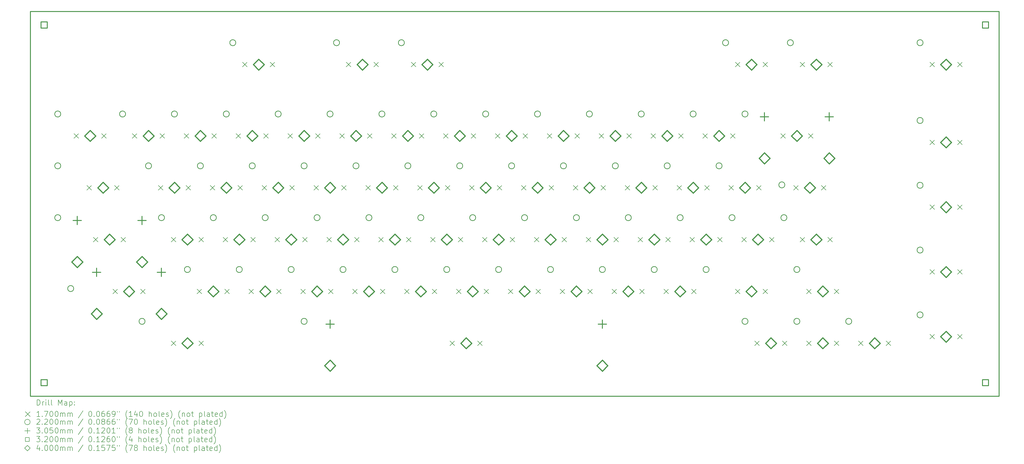
<source format=gbr>
%TF.GenerationSoftware,KiCad,Pcbnew,6.0.9-8da3e8f707~117~ubuntu22.04.1*%
%TF.CreationDate,2022-12-17T12:05:38-05:00*%
%TF.ProjectId,atari-keyboard,61746172-692d-46b6-9579-626f6172642e,rev?*%
%TF.SameCoordinates,Original*%
%TF.FileFunction,Drillmap*%
%TF.FilePolarity,Positive*%
%FSLAX45Y45*%
G04 Gerber Fmt 4.5, Leading zero omitted, Abs format (unit mm)*
G04 Created by KiCad (PCBNEW 6.0.9-8da3e8f707~117~ubuntu22.04.1) date 2022-12-17 12:05:38*
%MOMM*%
%LPD*%
G01*
G04 APERTURE LIST*
%ADD10C,0.300000*%
%ADD11C,0.200000*%
%ADD12C,0.170000*%
%ADD13C,0.220000*%
%ADD14C,0.305000*%
%ADD15C,0.320000*%
%ADD16C,0.400000*%
G04 APERTURE END LIST*
D10*
X3893500Y-16568625D02*
X39469125Y-16568625D01*
X39469125Y-16568625D02*
X39469125Y-30713000D01*
X39469125Y-30713000D02*
X3893500Y-30713000D01*
X3893500Y-30713000D02*
X3893500Y-16568625D01*
D11*
D12*
X5491130Y-21055500D02*
X5661130Y-21225500D01*
X5661130Y-21055500D02*
X5491130Y-21225500D01*
X5967380Y-22960500D02*
X6137380Y-23130500D01*
X6137380Y-22960500D02*
X5967380Y-23130500D01*
X6205500Y-24865500D02*
X6375500Y-25035500D01*
X6375500Y-24865500D02*
X6205500Y-25035500D01*
X6507130Y-21055500D02*
X6677130Y-21225500D01*
X6677130Y-21055500D02*
X6507130Y-21225500D01*
X6919880Y-26770500D02*
X7089880Y-26940500D01*
X7089880Y-26770500D02*
X6919880Y-26940500D01*
X6983380Y-22960500D02*
X7153380Y-23130500D01*
X7153380Y-22960500D02*
X6983380Y-23130500D01*
X7221500Y-24865500D02*
X7391500Y-25035500D01*
X7391500Y-24865500D02*
X7221500Y-25035500D01*
X7634250Y-21055500D02*
X7804250Y-21225500D01*
X7804250Y-21055500D02*
X7634250Y-21225500D01*
X7935880Y-26770500D02*
X8105880Y-26940500D01*
X8105880Y-26770500D02*
X7935880Y-26940500D01*
X8586750Y-22960500D02*
X8756750Y-23130500D01*
X8756750Y-22960500D02*
X8586750Y-23130500D01*
X8650250Y-21055500D02*
X8820250Y-21225500D01*
X8820250Y-21055500D02*
X8650250Y-21225500D01*
X9063000Y-24865500D02*
X9233000Y-25035500D01*
X9233000Y-24865500D02*
X9063000Y-25035500D01*
X9063000Y-28675500D02*
X9233000Y-28845500D01*
X9233000Y-28675500D02*
X9063000Y-28845500D01*
X9539250Y-21055500D02*
X9709250Y-21225500D01*
X9709250Y-21055500D02*
X9539250Y-21225500D01*
X9602750Y-22960500D02*
X9772750Y-23130500D01*
X9772750Y-22960500D02*
X9602750Y-23130500D01*
X10015500Y-26770500D02*
X10185500Y-26940500D01*
X10185500Y-26770500D02*
X10015500Y-26940500D01*
X10079000Y-24865500D02*
X10249000Y-25035500D01*
X10249000Y-24865500D02*
X10079000Y-25035500D01*
X10079000Y-28675500D02*
X10249000Y-28845500D01*
X10249000Y-28675500D02*
X10079000Y-28845500D01*
X10491750Y-22960500D02*
X10661750Y-23130500D01*
X10661750Y-22960500D02*
X10491750Y-23130500D01*
X10555250Y-21055500D02*
X10725250Y-21225500D01*
X10725250Y-21055500D02*
X10555250Y-21225500D01*
X10968000Y-24865500D02*
X11138000Y-25035500D01*
X11138000Y-24865500D02*
X10968000Y-25035500D01*
X11031500Y-26770500D02*
X11201500Y-26940500D01*
X11201500Y-26770500D02*
X11031500Y-26940500D01*
X11444250Y-21055500D02*
X11614250Y-21225500D01*
X11614250Y-21055500D02*
X11444250Y-21225500D01*
X11507750Y-22960500D02*
X11677750Y-23130500D01*
X11677750Y-22960500D02*
X11507750Y-23130500D01*
X11682380Y-18436120D02*
X11852380Y-18606120D01*
X11852380Y-18436120D02*
X11682380Y-18606120D01*
X11920500Y-26770500D02*
X12090500Y-26940500D01*
X12090500Y-26770500D02*
X11920500Y-26940500D01*
X11984000Y-24865500D02*
X12154000Y-25035500D01*
X12154000Y-24865500D02*
X11984000Y-25035500D01*
X12396750Y-22960500D02*
X12566750Y-23130500D01*
X12566750Y-22960500D02*
X12396750Y-23130500D01*
X12460250Y-21055500D02*
X12630250Y-21225500D01*
X12630250Y-21055500D02*
X12460250Y-21225500D01*
X12698380Y-18436120D02*
X12868380Y-18606120D01*
X12868380Y-18436120D02*
X12698380Y-18606120D01*
X12873000Y-24865500D02*
X13043000Y-25035500D01*
X13043000Y-24865500D02*
X12873000Y-25035500D01*
X12936500Y-26770500D02*
X13106500Y-26940500D01*
X13106500Y-26770500D02*
X12936500Y-26940500D01*
X13349250Y-21055500D02*
X13519250Y-21225500D01*
X13519250Y-21055500D02*
X13349250Y-21225500D01*
X13412750Y-22960500D02*
X13582750Y-23130500D01*
X13582750Y-22960500D02*
X13412750Y-23130500D01*
X13825500Y-26770500D02*
X13995500Y-26940500D01*
X13995500Y-26770500D02*
X13825500Y-26940500D01*
X13889000Y-24865500D02*
X14059000Y-25035500D01*
X14059000Y-24865500D02*
X13889000Y-25035500D01*
X14301750Y-22960500D02*
X14471750Y-23130500D01*
X14471750Y-22960500D02*
X14301750Y-23130500D01*
X14365250Y-21055500D02*
X14535250Y-21225500D01*
X14535250Y-21055500D02*
X14365250Y-21225500D01*
X14778000Y-24865500D02*
X14948000Y-25035500D01*
X14948000Y-24865500D02*
X14778000Y-25035500D01*
X14841500Y-26770500D02*
X15011500Y-26940500D01*
X15011500Y-26770500D02*
X14841500Y-26940500D01*
X15254250Y-21055500D02*
X15424250Y-21225500D01*
X15424250Y-21055500D02*
X15254250Y-21225500D01*
X15317750Y-22960500D02*
X15487750Y-23130500D01*
X15487750Y-22960500D02*
X15317750Y-23130500D01*
X15492380Y-18436120D02*
X15662380Y-18606120D01*
X15662380Y-18436120D02*
X15492380Y-18606120D01*
X15730500Y-26770500D02*
X15900500Y-26940500D01*
X15900500Y-26770500D02*
X15730500Y-26940500D01*
X15794000Y-24865500D02*
X15964000Y-25035500D01*
X15964000Y-24865500D02*
X15794000Y-25035500D01*
X16206750Y-22960500D02*
X16376750Y-23130500D01*
X16376750Y-22960500D02*
X16206750Y-23130500D01*
X16270250Y-21055500D02*
X16440250Y-21225500D01*
X16440250Y-21055500D02*
X16270250Y-21225500D01*
X16508380Y-18436120D02*
X16678380Y-18606120D01*
X16678380Y-18436120D02*
X16508380Y-18606120D01*
X16683000Y-24865500D02*
X16853000Y-25035500D01*
X16853000Y-24865500D02*
X16683000Y-25035500D01*
X16746500Y-26770500D02*
X16916500Y-26940500D01*
X16916500Y-26770500D02*
X16746500Y-26940500D01*
X17159250Y-21055500D02*
X17329250Y-21225500D01*
X17329250Y-21055500D02*
X17159250Y-21225500D01*
X17222750Y-22960500D02*
X17392750Y-23130500D01*
X17392750Y-22960500D02*
X17222750Y-23130500D01*
X17635500Y-26770500D02*
X17805500Y-26940500D01*
X17805500Y-26770500D02*
X17635500Y-26940500D01*
X17699000Y-24865500D02*
X17869000Y-25035500D01*
X17869000Y-24865500D02*
X17699000Y-25035500D01*
X17873630Y-18436120D02*
X18043630Y-18606120D01*
X18043630Y-18436120D02*
X17873630Y-18606120D01*
X18111750Y-22960500D02*
X18281750Y-23130500D01*
X18281750Y-22960500D02*
X18111750Y-23130500D01*
X18175250Y-21055500D02*
X18345250Y-21225500D01*
X18345250Y-21055500D02*
X18175250Y-21225500D01*
X18588000Y-24865500D02*
X18758000Y-25035500D01*
X18758000Y-24865500D02*
X18588000Y-25035500D01*
X18651500Y-26770500D02*
X18821500Y-26940500D01*
X18821500Y-26770500D02*
X18651500Y-26940500D01*
X18889630Y-18436120D02*
X19059630Y-18606120D01*
X19059630Y-18436120D02*
X18889630Y-18606120D01*
X19064250Y-21055500D02*
X19234250Y-21225500D01*
X19234250Y-21055500D02*
X19064250Y-21225500D01*
X19127750Y-22960500D02*
X19297750Y-23130500D01*
X19297750Y-22960500D02*
X19127750Y-23130500D01*
X19302380Y-28675500D02*
X19472380Y-28845500D01*
X19472380Y-28675500D02*
X19302380Y-28845500D01*
X19540500Y-26770500D02*
X19710500Y-26940500D01*
X19710500Y-26770500D02*
X19540500Y-26940500D01*
X19604000Y-24865500D02*
X19774000Y-25035500D01*
X19774000Y-24865500D02*
X19604000Y-25035500D01*
X20016750Y-22960500D02*
X20186750Y-23130500D01*
X20186750Y-22960500D02*
X20016750Y-23130500D01*
X20080250Y-21055500D02*
X20250250Y-21225500D01*
X20250250Y-21055500D02*
X20080250Y-21225500D01*
X20318380Y-28675500D02*
X20488380Y-28845500D01*
X20488380Y-28675500D02*
X20318380Y-28845500D01*
X20493000Y-24865500D02*
X20663000Y-25035500D01*
X20663000Y-24865500D02*
X20493000Y-25035500D01*
X20556500Y-26770500D02*
X20726500Y-26940500D01*
X20726500Y-26770500D02*
X20556500Y-26940500D01*
X20969250Y-21055500D02*
X21139250Y-21225500D01*
X21139250Y-21055500D02*
X20969250Y-21225500D01*
X21032750Y-22960500D02*
X21202750Y-23130500D01*
X21202750Y-22960500D02*
X21032750Y-23130500D01*
X21445500Y-26770500D02*
X21615500Y-26940500D01*
X21615500Y-26770500D02*
X21445500Y-26940500D01*
X21509000Y-24865500D02*
X21679000Y-25035500D01*
X21679000Y-24865500D02*
X21509000Y-25035500D01*
X21921750Y-22960500D02*
X22091750Y-23130500D01*
X22091750Y-22960500D02*
X21921750Y-23130500D01*
X21985250Y-21055500D02*
X22155250Y-21225500D01*
X22155250Y-21055500D02*
X21985250Y-21225500D01*
X22398000Y-24865500D02*
X22568000Y-25035500D01*
X22568000Y-24865500D02*
X22398000Y-25035500D01*
X22461500Y-26770500D02*
X22631500Y-26940500D01*
X22631500Y-26770500D02*
X22461500Y-26940500D01*
X22874250Y-21055500D02*
X23044250Y-21225500D01*
X23044250Y-21055500D02*
X22874250Y-21225500D01*
X22937750Y-22960500D02*
X23107750Y-23130500D01*
X23107750Y-22960500D02*
X22937750Y-23130500D01*
X23350500Y-26770500D02*
X23520500Y-26940500D01*
X23520500Y-26770500D02*
X23350500Y-26940500D01*
X23414000Y-24865500D02*
X23584000Y-25035500D01*
X23584000Y-24865500D02*
X23414000Y-25035500D01*
X23826750Y-22960500D02*
X23996750Y-23130500D01*
X23996750Y-22960500D02*
X23826750Y-23130500D01*
X23890250Y-21055500D02*
X24060250Y-21225500D01*
X24060250Y-21055500D02*
X23890250Y-21225500D01*
X24303000Y-24865500D02*
X24473000Y-25035500D01*
X24473000Y-24865500D02*
X24303000Y-25035500D01*
X24366500Y-26770500D02*
X24536500Y-26940500D01*
X24536500Y-26770500D02*
X24366500Y-26940500D01*
X24779250Y-21055500D02*
X24949250Y-21225500D01*
X24949250Y-21055500D02*
X24779250Y-21225500D01*
X24842750Y-22960500D02*
X25012750Y-23130500D01*
X25012750Y-22960500D02*
X24842750Y-23130500D01*
X25255500Y-26770500D02*
X25425500Y-26940500D01*
X25425500Y-26770500D02*
X25255500Y-26940500D01*
X25319000Y-24865500D02*
X25489000Y-25035500D01*
X25489000Y-24865500D02*
X25319000Y-25035500D01*
X25731750Y-22960500D02*
X25901750Y-23130500D01*
X25901750Y-22960500D02*
X25731750Y-23130500D01*
X25795250Y-21055500D02*
X25965250Y-21225500D01*
X25965250Y-21055500D02*
X25795250Y-21225500D01*
X26208000Y-24865500D02*
X26378000Y-25035500D01*
X26378000Y-24865500D02*
X26208000Y-25035500D01*
X26271500Y-26770500D02*
X26441500Y-26940500D01*
X26441500Y-26770500D02*
X26271500Y-26940500D01*
X26684250Y-21055500D02*
X26854250Y-21225500D01*
X26854250Y-21055500D02*
X26684250Y-21225500D01*
X26747750Y-22960500D02*
X26917750Y-23130500D01*
X26917750Y-22960500D02*
X26747750Y-23130500D01*
X27160500Y-26770500D02*
X27330500Y-26940500D01*
X27330500Y-26770500D02*
X27160500Y-26940500D01*
X27224000Y-24865500D02*
X27394000Y-25035500D01*
X27394000Y-24865500D02*
X27224000Y-25035500D01*
X27636750Y-22960500D02*
X27806750Y-23130500D01*
X27806750Y-22960500D02*
X27636750Y-23130500D01*
X27700250Y-21055500D02*
X27870250Y-21225500D01*
X27870250Y-21055500D02*
X27700250Y-21225500D01*
X28113000Y-24865500D02*
X28283000Y-25035500D01*
X28283000Y-24865500D02*
X28113000Y-25035500D01*
X28176500Y-26770500D02*
X28346500Y-26940500D01*
X28346500Y-26770500D02*
X28176500Y-26940500D01*
X28589250Y-21055500D02*
X28759250Y-21225500D01*
X28759250Y-21055500D02*
X28589250Y-21225500D01*
X28652750Y-22960500D02*
X28822750Y-23130500D01*
X28822750Y-22960500D02*
X28652750Y-23130500D01*
X29129000Y-24865500D02*
X29299000Y-25035500D01*
X29299000Y-24865500D02*
X29129000Y-25035500D01*
X29541750Y-22960500D02*
X29711750Y-23130500D01*
X29711750Y-22960500D02*
X29541750Y-23130500D01*
X29605250Y-21055500D02*
X29775250Y-21225500D01*
X29775250Y-21055500D02*
X29605250Y-21225500D01*
X29779880Y-18436120D02*
X29949880Y-18606120D01*
X29949880Y-18436120D02*
X29779880Y-18606120D01*
X29779880Y-26770500D02*
X29949880Y-26940500D01*
X29949880Y-26770500D02*
X29779880Y-26940500D01*
X30018000Y-24865500D02*
X30188000Y-25035500D01*
X30188000Y-24865500D02*
X30018000Y-25035500D01*
X30494250Y-28675500D02*
X30664250Y-28845500D01*
X30664250Y-28675500D02*
X30494250Y-28845500D01*
X30557750Y-22960500D02*
X30727750Y-23130500D01*
X30727750Y-22960500D02*
X30557750Y-23130500D01*
X30795880Y-18436120D02*
X30965880Y-18606120D01*
X30965880Y-18436120D02*
X30795880Y-18606120D01*
X30795880Y-26770500D02*
X30965880Y-26940500D01*
X30965880Y-26770500D02*
X30795880Y-26940500D01*
X31034000Y-24865500D02*
X31204000Y-25035500D01*
X31204000Y-24865500D02*
X31034000Y-25035500D01*
X31446750Y-21055500D02*
X31616750Y-21225500D01*
X31616750Y-21055500D02*
X31446750Y-21225500D01*
X31510250Y-28675500D02*
X31680250Y-28845500D01*
X31680250Y-28675500D02*
X31510250Y-28845500D01*
X31923000Y-22960500D02*
X32093000Y-23130500D01*
X32093000Y-22960500D02*
X31923000Y-23130500D01*
X32161130Y-18436120D02*
X32331130Y-18606120D01*
X32331130Y-18436120D02*
X32161130Y-18606120D01*
X32161130Y-24865500D02*
X32331130Y-25035500D01*
X32331130Y-24865500D02*
X32161130Y-25035500D01*
X32399250Y-26770500D02*
X32569250Y-26940500D01*
X32569250Y-26770500D02*
X32399250Y-26940500D01*
X32399250Y-28675500D02*
X32569250Y-28845500D01*
X32569250Y-28675500D02*
X32399250Y-28845500D01*
X32462750Y-21055500D02*
X32632750Y-21225500D01*
X32632750Y-21055500D02*
X32462750Y-21225500D01*
X32939000Y-22960500D02*
X33109000Y-23130500D01*
X33109000Y-22960500D02*
X32939000Y-23130500D01*
X33177130Y-18436120D02*
X33347130Y-18606120D01*
X33347130Y-18436120D02*
X33177130Y-18606120D01*
X33177130Y-24865500D02*
X33347130Y-25035500D01*
X33347130Y-24865500D02*
X33177130Y-25035500D01*
X33415250Y-26770500D02*
X33585250Y-26940500D01*
X33585250Y-26770500D02*
X33415250Y-26940500D01*
X33415250Y-28675500D02*
X33585250Y-28845500D01*
X33585250Y-28675500D02*
X33415250Y-28845500D01*
X34304250Y-28675500D02*
X34474250Y-28845500D01*
X34474250Y-28675500D02*
X34304250Y-28845500D01*
X35320250Y-28675500D02*
X35490250Y-28845500D01*
X35490250Y-28675500D02*
X35320250Y-28845500D01*
X36923630Y-18436120D02*
X37093630Y-18606120D01*
X37093630Y-18436120D02*
X36923630Y-18606120D01*
X36923630Y-21293620D02*
X37093630Y-21463620D01*
X37093630Y-21293620D02*
X36923630Y-21463620D01*
X36923630Y-23674870D02*
X37093630Y-23844870D01*
X37093630Y-23674870D02*
X36923630Y-23844870D01*
X36923630Y-26056120D02*
X37093630Y-26226120D01*
X37093630Y-26056120D02*
X36923630Y-26226120D01*
X36923630Y-28437370D02*
X37093630Y-28607370D01*
X37093630Y-28437370D02*
X36923630Y-28607370D01*
X37939630Y-18436120D02*
X38109630Y-18606120D01*
X38109630Y-18436120D02*
X37939630Y-18606120D01*
X37939630Y-21293620D02*
X38109630Y-21463620D01*
X38109630Y-21293620D02*
X37939630Y-21463620D01*
X37939630Y-23674870D02*
X38109630Y-23844870D01*
X38109630Y-23674870D02*
X37939630Y-23844870D01*
X37939630Y-26056120D02*
X38109630Y-26226120D01*
X38109630Y-26056120D02*
X37939630Y-26226120D01*
X37939630Y-28437370D02*
X38109630Y-28607370D01*
X38109630Y-28437370D02*
X37939630Y-28607370D01*
D13*
X5003500Y-20338000D02*
G75*
G03*
X5003500Y-20338000I-110000J0D01*
G01*
X5003500Y-22243000D02*
G75*
G03*
X5003500Y-22243000I-110000J0D01*
G01*
X5003500Y-24148000D02*
G75*
G03*
X5003500Y-24148000I-110000J0D01*
G01*
X5479750Y-26753000D02*
G75*
G03*
X5479750Y-26753000I-110000J0D01*
G01*
X7384750Y-20338000D02*
G75*
G03*
X7384750Y-20338000I-110000J0D01*
G01*
X8099130Y-27958000D02*
G75*
G03*
X8099130Y-27958000I-110000J0D01*
G01*
X8337250Y-22243000D02*
G75*
G03*
X8337250Y-22243000I-110000J0D01*
G01*
X8813500Y-24148000D02*
G75*
G03*
X8813500Y-24148000I-110000J0D01*
G01*
X9289750Y-20338000D02*
G75*
G03*
X9289750Y-20338000I-110000J0D01*
G01*
X9766000Y-26053000D02*
G75*
G03*
X9766000Y-26053000I-110000J0D01*
G01*
X10242250Y-22243000D02*
G75*
G03*
X10242250Y-22243000I-110000J0D01*
G01*
X10718500Y-24148000D02*
G75*
G03*
X10718500Y-24148000I-110000J0D01*
G01*
X11194750Y-20338000D02*
G75*
G03*
X11194750Y-20338000I-110000J0D01*
G01*
X11432880Y-17718620D02*
G75*
G03*
X11432880Y-17718620I-110000J0D01*
G01*
X11671000Y-26053000D02*
G75*
G03*
X11671000Y-26053000I-110000J0D01*
G01*
X12147250Y-22243000D02*
G75*
G03*
X12147250Y-22243000I-110000J0D01*
G01*
X12623500Y-24148000D02*
G75*
G03*
X12623500Y-24148000I-110000J0D01*
G01*
X13099750Y-20338000D02*
G75*
G03*
X13099750Y-20338000I-110000J0D01*
G01*
X13576000Y-26053000D02*
G75*
G03*
X13576000Y-26053000I-110000J0D01*
G01*
X14052250Y-22243000D02*
G75*
G03*
X14052250Y-22243000I-110000J0D01*
G01*
X14052250Y-27958000D02*
G75*
G03*
X14052250Y-27958000I-110000J0D01*
G01*
X14528500Y-24148000D02*
G75*
G03*
X14528500Y-24148000I-110000J0D01*
G01*
X15004750Y-20338000D02*
G75*
G03*
X15004750Y-20338000I-110000J0D01*
G01*
X15242880Y-17718620D02*
G75*
G03*
X15242880Y-17718620I-110000J0D01*
G01*
X15481000Y-26053000D02*
G75*
G03*
X15481000Y-26053000I-110000J0D01*
G01*
X15957250Y-22243000D02*
G75*
G03*
X15957250Y-22243000I-110000J0D01*
G01*
X16433500Y-24148000D02*
G75*
G03*
X16433500Y-24148000I-110000J0D01*
G01*
X16909750Y-20338000D02*
G75*
G03*
X16909750Y-20338000I-110000J0D01*
G01*
X17386000Y-26053000D02*
G75*
G03*
X17386000Y-26053000I-110000J0D01*
G01*
X17624130Y-17718620D02*
G75*
G03*
X17624130Y-17718620I-110000J0D01*
G01*
X17862250Y-22243000D02*
G75*
G03*
X17862250Y-22243000I-110000J0D01*
G01*
X18338500Y-24148000D02*
G75*
G03*
X18338500Y-24148000I-110000J0D01*
G01*
X18814750Y-20338000D02*
G75*
G03*
X18814750Y-20338000I-110000J0D01*
G01*
X19291000Y-26053000D02*
G75*
G03*
X19291000Y-26053000I-110000J0D01*
G01*
X19767250Y-22243000D02*
G75*
G03*
X19767250Y-22243000I-110000J0D01*
G01*
X20243500Y-24148000D02*
G75*
G03*
X20243500Y-24148000I-110000J0D01*
G01*
X20719750Y-20338000D02*
G75*
G03*
X20719750Y-20338000I-110000J0D01*
G01*
X21196000Y-26053000D02*
G75*
G03*
X21196000Y-26053000I-110000J0D01*
G01*
X21672250Y-22243000D02*
G75*
G03*
X21672250Y-22243000I-110000J0D01*
G01*
X22148500Y-24148000D02*
G75*
G03*
X22148500Y-24148000I-110000J0D01*
G01*
X22624750Y-20338000D02*
G75*
G03*
X22624750Y-20338000I-110000J0D01*
G01*
X23101000Y-26053000D02*
G75*
G03*
X23101000Y-26053000I-110000J0D01*
G01*
X23577250Y-22243000D02*
G75*
G03*
X23577250Y-22243000I-110000J0D01*
G01*
X24053500Y-24148000D02*
G75*
G03*
X24053500Y-24148000I-110000J0D01*
G01*
X24529750Y-20338000D02*
G75*
G03*
X24529750Y-20338000I-110000J0D01*
G01*
X25006000Y-26053000D02*
G75*
G03*
X25006000Y-26053000I-110000J0D01*
G01*
X25482250Y-22243000D02*
G75*
G03*
X25482250Y-22243000I-110000J0D01*
G01*
X25958500Y-24148000D02*
G75*
G03*
X25958500Y-24148000I-110000J0D01*
G01*
X26434750Y-20338000D02*
G75*
G03*
X26434750Y-20338000I-110000J0D01*
G01*
X26911000Y-26053000D02*
G75*
G03*
X26911000Y-26053000I-110000J0D01*
G01*
X27387250Y-22243000D02*
G75*
G03*
X27387250Y-22243000I-110000J0D01*
G01*
X27863500Y-24148000D02*
G75*
G03*
X27863500Y-24148000I-110000J0D01*
G01*
X28339750Y-20338000D02*
G75*
G03*
X28339750Y-20338000I-110000J0D01*
G01*
X28816000Y-26053000D02*
G75*
G03*
X28816000Y-26053000I-110000J0D01*
G01*
X29292250Y-22243000D02*
G75*
G03*
X29292250Y-22243000I-110000J0D01*
G01*
X29530380Y-17718620D02*
G75*
G03*
X29530380Y-17718620I-110000J0D01*
G01*
X29768500Y-24148000D02*
G75*
G03*
X29768500Y-24148000I-110000J0D01*
G01*
X30244750Y-20338000D02*
G75*
G03*
X30244750Y-20338000I-110000J0D01*
G01*
X30244750Y-27958000D02*
G75*
G03*
X30244750Y-27958000I-110000J0D01*
G01*
X31597250Y-22943000D02*
G75*
G03*
X31597250Y-22943000I-110000J0D01*
G01*
X31673500Y-24148000D02*
G75*
G03*
X31673500Y-24148000I-110000J0D01*
G01*
X31911630Y-17718620D02*
G75*
G03*
X31911630Y-17718620I-110000J0D01*
G01*
X32149750Y-26053000D02*
G75*
G03*
X32149750Y-26053000I-110000J0D01*
G01*
X32149750Y-27958000D02*
G75*
G03*
X32149750Y-27958000I-110000J0D01*
G01*
X34054750Y-27958000D02*
G75*
G03*
X34054750Y-27958000I-110000J0D01*
G01*
X36674130Y-17718620D02*
G75*
G03*
X36674130Y-17718620I-110000J0D01*
G01*
X36674130Y-20576120D02*
G75*
G03*
X36674130Y-20576120I-110000J0D01*
G01*
X36674130Y-22957370D02*
G75*
G03*
X36674130Y-22957370I-110000J0D01*
G01*
X36674130Y-25338620D02*
G75*
G03*
X36674130Y-25338620I-110000J0D01*
G01*
X36674130Y-27719870D02*
G75*
G03*
X36674130Y-27719870I-110000J0D01*
G01*
D14*
X5608500Y-24098000D02*
X5608500Y-24403000D01*
X5456000Y-24250500D02*
X5761000Y-24250500D01*
X6322880Y-26003000D02*
X6322880Y-26308000D01*
X6170380Y-26155500D02*
X6475380Y-26155500D01*
X7988500Y-24098000D02*
X7988500Y-24403000D01*
X7836000Y-24250500D02*
X8141000Y-24250500D01*
X8702880Y-26003000D02*
X8702880Y-26308000D01*
X8550380Y-26155500D02*
X8855380Y-26155500D01*
X14895380Y-27908000D02*
X14895380Y-28213000D01*
X14742880Y-28060500D02*
X15047880Y-28060500D01*
X24895380Y-27908000D02*
X24895380Y-28213000D01*
X24742880Y-28060500D02*
X25047880Y-28060500D01*
X30849750Y-20288000D02*
X30849750Y-20593000D01*
X30697250Y-20440500D02*
X31002250Y-20440500D01*
X33229750Y-20288000D02*
X33229750Y-20593000D01*
X33077250Y-20440500D02*
X33382250Y-20440500D01*
D15*
X4506638Y-17181758D02*
X4506638Y-16955482D01*
X4280362Y-16955482D01*
X4280362Y-17181758D01*
X4506638Y-17181758D01*
X4506638Y-30326138D02*
X4506638Y-30099862D01*
X4280362Y-30099862D01*
X4280362Y-30326138D01*
X4506638Y-30326138D01*
X39082268Y-17181758D02*
X39082268Y-16955482D01*
X38855992Y-16955482D01*
X38855992Y-17181758D01*
X39082268Y-17181758D01*
X39082268Y-30326138D02*
X39082268Y-30099862D01*
X38855992Y-30099862D01*
X38855992Y-30326138D01*
X39082268Y-30326138D01*
D16*
X5608500Y-25974500D02*
X5808500Y-25774500D01*
X5608500Y-25574500D01*
X5408500Y-25774500D01*
X5608500Y-25974500D01*
X6084130Y-21340500D02*
X6284130Y-21140500D01*
X6084130Y-20940500D01*
X5884130Y-21140500D01*
X6084130Y-21340500D01*
X6322880Y-27879500D02*
X6522880Y-27679500D01*
X6322880Y-27479500D01*
X6122880Y-27679500D01*
X6322880Y-27879500D01*
X6560380Y-23245500D02*
X6760380Y-23045500D01*
X6560380Y-22845500D01*
X6360380Y-23045500D01*
X6560380Y-23245500D01*
X6798500Y-25150500D02*
X6998500Y-24950500D01*
X6798500Y-24750500D01*
X6598500Y-24950500D01*
X6798500Y-25150500D01*
X7512880Y-27055500D02*
X7712880Y-26855500D01*
X7512880Y-26655500D01*
X7312880Y-26855500D01*
X7512880Y-27055500D01*
X7988500Y-25974500D02*
X8188500Y-25774500D01*
X7988500Y-25574500D01*
X7788500Y-25774500D01*
X7988500Y-25974500D01*
X8227250Y-21340500D02*
X8427250Y-21140500D01*
X8227250Y-20940500D01*
X8027250Y-21140500D01*
X8227250Y-21340500D01*
X8702880Y-27879500D02*
X8902880Y-27679500D01*
X8702880Y-27479500D01*
X8502880Y-27679500D01*
X8702880Y-27879500D01*
X9179750Y-23245500D02*
X9379750Y-23045500D01*
X9179750Y-22845500D01*
X8979750Y-23045500D01*
X9179750Y-23245500D01*
X9656000Y-25150500D02*
X9856000Y-24950500D01*
X9656000Y-24750500D01*
X9456000Y-24950500D01*
X9656000Y-25150500D01*
X9656000Y-28960500D02*
X9856000Y-28760500D01*
X9656000Y-28560500D01*
X9456000Y-28760500D01*
X9656000Y-28960500D01*
X10132250Y-21340500D02*
X10332250Y-21140500D01*
X10132250Y-20940500D01*
X9932250Y-21140500D01*
X10132250Y-21340500D01*
X10608500Y-27055500D02*
X10808500Y-26855500D01*
X10608500Y-26655500D01*
X10408500Y-26855500D01*
X10608500Y-27055500D01*
X11084750Y-23245500D02*
X11284750Y-23045500D01*
X11084750Y-22845500D01*
X10884750Y-23045500D01*
X11084750Y-23245500D01*
X11561000Y-25150500D02*
X11761000Y-24950500D01*
X11561000Y-24750500D01*
X11361000Y-24950500D01*
X11561000Y-25150500D01*
X12037250Y-21340500D02*
X12237250Y-21140500D01*
X12037250Y-20940500D01*
X11837250Y-21140500D01*
X12037250Y-21340500D01*
X12275380Y-18721120D02*
X12475380Y-18521120D01*
X12275380Y-18321120D01*
X12075380Y-18521120D01*
X12275380Y-18721120D01*
X12513500Y-27055500D02*
X12713500Y-26855500D01*
X12513500Y-26655500D01*
X12313500Y-26855500D01*
X12513500Y-27055500D01*
X12989750Y-23245500D02*
X13189750Y-23045500D01*
X12989750Y-22845500D01*
X12789750Y-23045500D01*
X12989750Y-23245500D01*
X13466000Y-25150500D02*
X13666000Y-24950500D01*
X13466000Y-24750500D01*
X13266000Y-24950500D01*
X13466000Y-25150500D01*
X13942250Y-21340500D02*
X14142250Y-21140500D01*
X13942250Y-20940500D01*
X13742250Y-21140500D01*
X13942250Y-21340500D01*
X14418500Y-27055500D02*
X14618500Y-26855500D01*
X14418500Y-26655500D01*
X14218500Y-26855500D01*
X14418500Y-27055500D01*
X14894750Y-23245500D02*
X15094750Y-23045500D01*
X14894750Y-22845500D01*
X14694750Y-23045500D01*
X14894750Y-23245500D01*
X14895380Y-29784500D02*
X15095380Y-29584500D01*
X14895380Y-29384500D01*
X14695380Y-29584500D01*
X14895380Y-29784500D01*
X15371000Y-25150500D02*
X15571000Y-24950500D01*
X15371000Y-24750500D01*
X15171000Y-24950500D01*
X15371000Y-25150500D01*
X15847250Y-21340500D02*
X16047250Y-21140500D01*
X15847250Y-20940500D01*
X15647250Y-21140500D01*
X15847250Y-21340500D01*
X16085380Y-18721120D02*
X16285380Y-18521120D01*
X16085380Y-18321120D01*
X15885380Y-18521120D01*
X16085380Y-18721120D01*
X16323500Y-27055500D02*
X16523500Y-26855500D01*
X16323500Y-26655500D01*
X16123500Y-26855500D01*
X16323500Y-27055500D01*
X16799750Y-23245500D02*
X16999750Y-23045500D01*
X16799750Y-22845500D01*
X16599750Y-23045500D01*
X16799750Y-23245500D01*
X17276000Y-25150500D02*
X17476000Y-24950500D01*
X17276000Y-24750500D01*
X17076000Y-24950500D01*
X17276000Y-25150500D01*
X17752250Y-21340500D02*
X17952250Y-21140500D01*
X17752250Y-20940500D01*
X17552250Y-21140500D01*
X17752250Y-21340500D01*
X18228500Y-27055500D02*
X18428500Y-26855500D01*
X18228500Y-26655500D01*
X18028500Y-26855500D01*
X18228500Y-27055500D01*
X18466630Y-18721120D02*
X18666630Y-18521120D01*
X18466630Y-18321120D01*
X18266630Y-18521120D01*
X18466630Y-18721120D01*
X18704750Y-23245500D02*
X18904750Y-23045500D01*
X18704750Y-22845500D01*
X18504750Y-23045500D01*
X18704750Y-23245500D01*
X19181000Y-25150500D02*
X19381000Y-24950500D01*
X19181000Y-24750500D01*
X18981000Y-24950500D01*
X19181000Y-25150500D01*
X19657250Y-21340500D02*
X19857250Y-21140500D01*
X19657250Y-20940500D01*
X19457250Y-21140500D01*
X19657250Y-21340500D01*
X19895380Y-28960500D02*
X20095380Y-28760500D01*
X19895380Y-28560500D01*
X19695380Y-28760500D01*
X19895380Y-28960500D01*
X20133500Y-27055500D02*
X20333500Y-26855500D01*
X20133500Y-26655500D01*
X19933500Y-26855500D01*
X20133500Y-27055500D01*
X20609750Y-23245500D02*
X20809750Y-23045500D01*
X20609750Y-22845500D01*
X20409750Y-23045500D01*
X20609750Y-23245500D01*
X21086000Y-25150500D02*
X21286000Y-24950500D01*
X21086000Y-24750500D01*
X20886000Y-24950500D01*
X21086000Y-25150500D01*
X21562250Y-21340500D02*
X21762250Y-21140500D01*
X21562250Y-20940500D01*
X21362250Y-21140500D01*
X21562250Y-21340500D01*
X22038500Y-27055500D02*
X22238500Y-26855500D01*
X22038500Y-26655500D01*
X21838500Y-26855500D01*
X22038500Y-27055500D01*
X22514750Y-23245500D02*
X22714750Y-23045500D01*
X22514750Y-22845500D01*
X22314750Y-23045500D01*
X22514750Y-23245500D01*
X22991000Y-25150500D02*
X23191000Y-24950500D01*
X22991000Y-24750500D01*
X22791000Y-24950500D01*
X22991000Y-25150500D01*
X23467250Y-21340500D02*
X23667250Y-21140500D01*
X23467250Y-20940500D01*
X23267250Y-21140500D01*
X23467250Y-21340500D01*
X23943500Y-27055500D02*
X24143500Y-26855500D01*
X23943500Y-26655500D01*
X23743500Y-26855500D01*
X23943500Y-27055500D01*
X24419750Y-23245500D02*
X24619750Y-23045500D01*
X24419750Y-22845500D01*
X24219750Y-23045500D01*
X24419750Y-23245500D01*
X24895380Y-29784500D02*
X25095380Y-29584500D01*
X24895380Y-29384500D01*
X24695380Y-29584500D01*
X24895380Y-29784500D01*
X24896000Y-25150500D02*
X25096000Y-24950500D01*
X24896000Y-24750500D01*
X24696000Y-24950500D01*
X24896000Y-25150500D01*
X25372250Y-21340500D02*
X25572250Y-21140500D01*
X25372250Y-20940500D01*
X25172250Y-21140500D01*
X25372250Y-21340500D01*
X25848500Y-27055500D02*
X26048500Y-26855500D01*
X25848500Y-26655500D01*
X25648500Y-26855500D01*
X25848500Y-27055500D01*
X26324750Y-23245500D02*
X26524750Y-23045500D01*
X26324750Y-22845500D01*
X26124750Y-23045500D01*
X26324750Y-23245500D01*
X26801000Y-25150500D02*
X27001000Y-24950500D01*
X26801000Y-24750500D01*
X26601000Y-24950500D01*
X26801000Y-25150500D01*
X27277250Y-21340500D02*
X27477250Y-21140500D01*
X27277250Y-20940500D01*
X27077250Y-21140500D01*
X27277250Y-21340500D01*
X27753500Y-27055500D02*
X27953500Y-26855500D01*
X27753500Y-26655500D01*
X27553500Y-26855500D01*
X27753500Y-27055500D01*
X28229750Y-23245500D02*
X28429750Y-23045500D01*
X28229750Y-22845500D01*
X28029750Y-23045500D01*
X28229750Y-23245500D01*
X28706000Y-25150500D02*
X28906000Y-24950500D01*
X28706000Y-24750500D01*
X28506000Y-24950500D01*
X28706000Y-25150500D01*
X29182250Y-21340500D02*
X29382250Y-21140500D01*
X29182250Y-20940500D01*
X28982250Y-21140500D01*
X29182250Y-21340500D01*
X30134750Y-23245500D02*
X30334750Y-23045500D01*
X30134750Y-22845500D01*
X29934750Y-23045500D01*
X30134750Y-23245500D01*
X30372880Y-18721120D02*
X30572880Y-18521120D01*
X30372880Y-18321120D01*
X30172880Y-18521120D01*
X30372880Y-18721120D01*
X30372880Y-27055500D02*
X30572880Y-26855500D01*
X30372880Y-26655500D01*
X30172880Y-26855500D01*
X30372880Y-27055500D01*
X30611000Y-25150500D02*
X30811000Y-24950500D01*
X30611000Y-24750500D01*
X30411000Y-24950500D01*
X30611000Y-25150500D01*
X30849750Y-22164500D02*
X31049750Y-21964500D01*
X30849750Y-21764500D01*
X30649750Y-21964500D01*
X30849750Y-22164500D01*
X31087250Y-28960500D02*
X31287250Y-28760500D01*
X31087250Y-28560500D01*
X30887250Y-28760500D01*
X31087250Y-28960500D01*
X32039750Y-21340500D02*
X32239750Y-21140500D01*
X32039750Y-20940500D01*
X31839750Y-21140500D01*
X32039750Y-21340500D01*
X32516000Y-23245500D02*
X32716000Y-23045500D01*
X32516000Y-22845500D01*
X32316000Y-23045500D01*
X32516000Y-23245500D01*
X32754130Y-18721120D02*
X32954130Y-18521120D01*
X32754130Y-18321120D01*
X32554130Y-18521120D01*
X32754130Y-18721120D01*
X32754130Y-25150500D02*
X32954130Y-24950500D01*
X32754130Y-24750500D01*
X32554130Y-24950500D01*
X32754130Y-25150500D01*
X32992250Y-27055500D02*
X33192250Y-26855500D01*
X32992250Y-26655500D01*
X32792250Y-26855500D01*
X32992250Y-27055500D01*
X32992250Y-28960500D02*
X33192250Y-28760500D01*
X32992250Y-28560500D01*
X32792250Y-28760500D01*
X32992250Y-28960500D01*
X33229750Y-22164500D02*
X33429750Y-21964500D01*
X33229750Y-21764500D01*
X33029750Y-21964500D01*
X33229750Y-22164500D01*
X34897250Y-28960500D02*
X35097250Y-28760500D01*
X34897250Y-28560500D01*
X34697250Y-28760500D01*
X34897250Y-28960500D01*
X37516630Y-18721120D02*
X37716630Y-18521120D01*
X37516630Y-18321120D01*
X37316630Y-18521120D01*
X37516630Y-18721120D01*
X37516630Y-21578620D02*
X37716630Y-21378620D01*
X37516630Y-21178620D01*
X37316630Y-21378620D01*
X37516630Y-21578620D01*
X37516630Y-23959870D02*
X37716630Y-23759870D01*
X37516630Y-23559870D01*
X37316630Y-23759870D01*
X37516630Y-23959870D01*
X37516630Y-26341120D02*
X37716630Y-26141120D01*
X37516630Y-25941120D01*
X37316630Y-26141120D01*
X37516630Y-26341120D01*
X37516630Y-28722370D02*
X37716630Y-28522370D01*
X37516630Y-28322370D01*
X37316630Y-28522370D01*
X37516630Y-28722370D01*
D11*
X4136119Y-31038476D02*
X4136119Y-30838476D01*
X4183738Y-30838476D01*
X4212310Y-30848000D01*
X4231357Y-30867048D01*
X4240881Y-30886095D01*
X4250405Y-30924190D01*
X4250405Y-30952762D01*
X4240881Y-30990857D01*
X4231357Y-31009905D01*
X4212310Y-31028952D01*
X4183738Y-31038476D01*
X4136119Y-31038476D01*
X4336119Y-31038476D02*
X4336119Y-30905143D01*
X4336119Y-30943238D02*
X4345643Y-30924190D01*
X4355167Y-30914667D01*
X4374214Y-30905143D01*
X4393262Y-30905143D01*
X4459929Y-31038476D02*
X4459929Y-30905143D01*
X4459929Y-30838476D02*
X4450405Y-30848000D01*
X4459929Y-30857524D01*
X4469452Y-30848000D01*
X4459929Y-30838476D01*
X4459929Y-30857524D01*
X4583738Y-31038476D02*
X4564690Y-31028952D01*
X4555167Y-31009905D01*
X4555167Y-30838476D01*
X4688500Y-31038476D02*
X4669452Y-31028952D01*
X4659929Y-31009905D01*
X4659929Y-30838476D01*
X4917071Y-31038476D02*
X4917071Y-30838476D01*
X4983738Y-30981333D01*
X5050405Y-30838476D01*
X5050405Y-31038476D01*
X5231357Y-31038476D02*
X5231357Y-30933714D01*
X5221833Y-30914667D01*
X5202786Y-30905143D01*
X5164690Y-30905143D01*
X5145643Y-30914667D01*
X5231357Y-31028952D02*
X5212310Y-31038476D01*
X5164690Y-31038476D01*
X5145643Y-31028952D01*
X5136119Y-31009905D01*
X5136119Y-30990857D01*
X5145643Y-30971809D01*
X5164690Y-30962286D01*
X5212310Y-30962286D01*
X5231357Y-30952762D01*
X5326595Y-30905143D02*
X5326595Y-31105143D01*
X5326595Y-30914667D02*
X5345643Y-30905143D01*
X5383738Y-30905143D01*
X5402786Y-30914667D01*
X5412310Y-30924190D01*
X5421833Y-30943238D01*
X5421833Y-31000381D01*
X5412310Y-31019428D01*
X5402786Y-31028952D01*
X5383738Y-31038476D01*
X5345643Y-31038476D01*
X5326595Y-31028952D01*
X5507548Y-31019428D02*
X5517071Y-31028952D01*
X5507548Y-31038476D01*
X5498024Y-31028952D01*
X5507548Y-31019428D01*
X5507548Y-31038476D01*
X5507548Y-30914667D02*
X5517071Y-30924190D01*
X5507548Y-30933714D01*
X5498024Y-30924190D01*
X5507548Y-30914667D01*
X5507548Y-30933714D01*
D12*
X3708500Y-31283000D02*
X3878500Y-31453000D01*
X3878500Y-31283000D02*
X3708500Y-31453000D01*
D11*
X4240881Y-31458476D02*
X4126595Y-31458476D01*
X4183738Y-31458476D02*
X4183738Y-31258476D01*
X4164690Y-31287048D01*
X4145643Y-31306095D01*
X4126595Y-31315619D01*
X4326595Y-31439428D02*
X4336119Y-31448952D01*
X4326595Y-31458476D01*
X4317071Y-31448952D01*
X4326595Y-31439428D01*
X4326595Y-31458476D01*
X4402786Y-31258476D02*
X4536119Y-31258476D01*
X4450405Y-31458476D01*
X4650405Y-31258476D02*
X4669452Y-31258476D01*
X4688500Y-31268000D01*
X4698024Y-31277524D01*
X4707548Y-31296571D01*
X4717071Y-31334667D01*
X4717071Y-31382286D01*
X4707548Y-31420381D01*
X4698024Y-31439428D01*
X4688500Y-31448952D01*
X4669452Y-31458476D01*
X4650405Y-31458476D01*
X4631357Y-31448952D01*
X4621833Y-31439428D01*
X4612310Y-31420381D01*
X4602786Y-31382286D01*
X4602786Y-31334667D01*
X4612310Y-31296571D01*
X4621833Y-31277524D01*
X4631357Y-31268000D01*
X4650405Y-31258476D01*
X4840881Y-31258476D02*
X4859929Y-31258476D01*
X4878976Y-31268000D01*
X4888500Y-31277524D01*
X4898024Y-31296571D01*
X4907548Y-31334667D01*
X4907548Y-31382286D01*
X4898024Y-31420381D01*
X4888500Y-31439428D01*
X4878976Y-31448952D01*
X4859929Y-31458476D01*
X4840881Y-31458476D01*
X4821833Y-31448952D01*
X4812310Y-31439428D01*
X4802786Y-31420381D01*
X4793262Y-31382286D01*
X4793262Y-31334667D01*
X4802786Y-31296571D01*
X4812310Y-31277524D01*
X4821833Y-31268000D01*
X4840881Y-31258476D01*
X4993262Y-31458476D02*
X4993262Y-31325143D01*
X4993262Y-31344190D02*
X5002786Y-31334667D01*
X5021833Y-31325143D01*
X5050405Y-31325143D01*
X5069452Y-31334667D01*
X5078976Y-31353714D01*
X5078976Y-31458476D01*
X5078976Y-31353714D02*
X5088500Y-31334667D01*
X5107548Y-31325143D01*
X5136119Y-31325143D01*
X5155167Y-31334667D01*
X5164690Y-31353714D01*
X5164690Y-31458476D01*
X5259929Y-31458476D02*
X5259929Y-31325143D01*
X5259929Y-31344190D02*
X5269452Y-31334667D01*
X5288500Y-31325143D01*
X5317071Y-31325143D01*
X5336119Y-31334667D01*
X5345643Y-31353714D01*
X5345643Y-31458476D01*
X5345643Y-31353714D02*
X5355167Y-31334667D01*
X5374214Y-31325143D01*
X5402786Y-31325143D01*
X5421833Y-31334667D01*
X5431357Y-31353714D01*
X5431357Y-31458476D01*
X5821833Y-31248952D02*
X5650405Y-31506095D01*
X6078976Y-31258476D02*
X6098024Y-31258476D01*
X6117071Y-31268000D01*
X6126595Y-31277524D01*
X6136119Y-31296571D01*
X6145643Y-31334667D01*
X6145643Y-31382286D01*
X6136119Y-31420381D01*
X6126595Y-31439428D01*
X6117071Y-31448952D01*
X6098024Y-31458476D01*
X6078976Y-31458476D01*
X6059928Y-31448952D01*
X6050405Y-31439428D01*
X6040881Y-31420381D01*
X6031357Y-31382286D01*
X6031357Y-31334667D01*
X6040881Y-31296571D01*
X6050405Y-31277524D01*
X6059928Y-31268000D01*
X6078976Y-31258476D01*
X6231357Y-31439428D02*
X6240881Y-31448952D01*
X6231357Y-31458476D01*
X6221833Y-31448952D01*
X6231357Y-31439428D01*
X6231357Y-31458476D01*
X6364690Y-31258476D02*
X6383738Y-31258476D01*
X6402786Y-31268000D01*
X6412309Y-31277524D01*
X6421833Y-31296571D01*
X6431357Y-31334667D01*
X6431357Y-31382286D01*
X6421833Y-31420381D01*
X6412309Y-31439428D01*
X6402786Y-31448952D01*
X6383738Y-31458476D01*
X6364690Y-31458476D01*
X6345643Y-31448952D01*
X6336119Y-31439428D01*
X6326595Y-31420381D01*
X6317071Y-31382286D01*
X6317071Y-31334667D01*
X6326595Y-31296571D01*
X6336119Y-31277524D01*
X6345643Y-31268000D01*
X6364690Y-31258476D01*
X6602786Y-31258476D02*
X6564690Y-31258476D01*
X6545643Y-31268000D01*
X6536119Y-31277524D01*
X6517071Y-31306095D01*
X6507548Y-31344190D01*
X6507548Y-31420381D01*
X6517071Y-31439428D01*
X6526595Y-31448952D01*
X6545643Y-31458476D01*
X6583738Y-31458476D01*
X6602786Y-31448952D01*
X6612309Y-31439428D01*
X6621833Y-31420381D01*
X6621833Y-31372762D01*
X6612309Y-31353714D01*
X6602786Y-31344190D01*
X6583738Y-31334667D01*
X6545643Y-31334667D01*
X6526595Y-31344190D01*
X6517071Y-31353714D01*
X6507548Y-31372762D01*
X6793262Y-31258476D02*
X6755167Y-31258476D01*
X6736119Y-31268000D01*
X6726595Y-31277524D01*
X6707548Y-31306095D01*
X6698024Y-31344190D01*
X6698024Y-31420381D01*
X6707548Y-31439428D01*
X6717071Y-31448952D01*
X6736119Y-31458476D01*
X6774214Y-31458476D01*
X6793262Y-31448952D01*
X6802786Y-31439428D01*
X6812309Y-31420381D01*
X6812309Y-31372762D01*
X6802786Y-31353714D01*
X6793262Y-31344190D01*
X6774214Y-31334667D01*
X6736119Y-31334667D01*
X6717071Y-31344190D01*
X6707548Y-31353714D01*
X6698024Y-31372762D01*
X6907548Y-31458476D02*
X6945643Y-31458476D01*
X6964690Y-31448952D01*
X6974214Y-31439428D01*
X6993262Y-31410857D01*
X7002786Y-31372762D01*
X7002786Y-31296571D01*
X6993262Y-31277524D01*
X6983738Y-31268000D01*
X6964690Y-31258476D01*
X6926595Y-31258476D01*
X6907548Y-31268000D01*
X6898024Y-31277524D01*
X6888500Y-31296571D01*
X6888500Y-31344190D01*
X6898024Y-31363238D01*
X6907548Y-31372762D01*
X6926595Y-31382286D01*
X6964690Y-31382286D01*
X6983738Y-31372762D01*
X6993262Y-31363238D01*
X7002786Y-31344190D01*
X7078976Y-31258476D02*
X7078976Y-31296571D01*
X7155167Y-31258476D02*
X7155167Y-31296571D01*
X7450405Y-31534667D02*
X7440881Y-31525143D01*
X7421833Y-31496571D01*
X7412309Y-31477524D01*
X7402786Y-31448952D01*
X7393262Y-31401333D01*
X7393262Y-31363238D01*
X7402786Y-31315619D01*
X7412309Y-31287048D01*
X7421833Y-31268000D01*
X7440881Y-31239428D01*
X7450405Y-31229905D01*
X7631357Y-31458476D02*
X7517071Y-31458476D01*
X7574214Y-31458476D02*
X7574214Y-31258476D01*
X7555167Y-31287048D01*
X7536119Y-31306095D01*
X7517071Y-31315619D01*
X7802786Y-31325143D02*
X7802786Y-31458476D01*
X7755167Y-31248952D02*
X7707548Y-31391809D01*
X7831357Y-31391809D01*
X7945643Y-31258476D02*
X7964690Y-31258476D01*
X7983738Y-31268000D01*
X7993262Y-31277524D01*
X8002786Y-31296571D01*
X8012309Y-31334667D01*
X8012309Y-31382286D01*
X8002786Y-31420381D01*
X7993262Y-31439428D01*
X7983738Y-31448952D01*
X7964690Y-31458476D01*
X7945643Y-31458476D01*
X7926595Y-31448952D01*
X7917071Y-31439428D01*
X7907548Y-31420381D01*
X7898024Y-31382286D01*
X7898024Y-31334667D01*
X7907548Y-31296571D01*
X7917071Y-31277524D01*
X7926595Y-31268000D01*
X7945643Y-31258476D01*
X8250405Y-31458476D02*
X8250405Y-31258476D01*
X8336119Y-31458476D02*
X8336119Y-31353714D01*
X8326595Y-31334667D01*
X8307548Y-31325143D01*
X8278976Y-31325143D01*
X8259928Y-31334667D01*
X8250405Y-31344190D01*
X8459929Y-31458476D02*
X8440881Y-31448952D01*
X8431357Y-31439428D01*
X8421833Y-31420381D01*
X8421833Y-31363238D01*
X8431357Y-31344190D01*
X8440881Y-31334667D01*
X8459929Y-31325143D01*
X8488500Y-31325143D01*
X8507548Y-31334667D01*
X8517071Y-31344190D01*
X8526595Y-31363238D01*
X8526595Y-31420381D01*
X8517071Y-31439428D01*
X8507548Y-31448952D01*
X8488500Y-31458476D01*
X8459929Y-31458476D01*
X8640881Y-31458476D02*
X8621833Y-31448952D01*
X8612310Y-31429905D01*
X8612310Y-31258476D01*
X8793262Y-31448952D02*
X8774214Y-31458476D01*
X8736119Y-31458476D01*
X8717071Y-31448952D01*
X8707548Y-31429905D01*
X8707548Y-31353714D01*
X8717071Y-31334667D01*
X8736119Y-31325143D01*
X8774214Y-31325143D01*
X8793262Y-31334667D01*
X8802786Y-31353714D01*
X8802786Y-31372762D01*
X8707548Y-31391809D01*
X8878976Y-31448952D02*
X8898024Y-31458476D01*
X8936119Y-31458476D01*
X8955167Y-31448952D01*
X8964690Y-31429905D01*
X8964690Y-31420381D01*
X8955167Y-31401333D01*
X8936119Y-31391809D01*
X8907548Y-31391809D01*
X8888500Y-31382286D01*
X8878976Y-31363238D01*
X8878976Y-31353714D01*
X8888500Y-31334667D01*
X8907548Y-31325143D01*
X8936119Y-31325143D01*
X8955167Y-31334667D01*
X9031357Y-31534667D02*
X9040881Y-31525143D01*
X9059929Y-31496571D01*
X9069452Y-31477524D01*
X9078976Y-31448952D01*
X9088500Y-31401333D01*
X9088500Y-31363238D01*
X9078976Y-31315619D01*
X9069452Y-31287048D01*
X9059929Y-31268000D01*
X9040881Y-31239428D01*
X9031357Y-31229905D01*
X9393262Y-31534667D02*
X9383738Y-31525143D01*
X9364690Y-31496571D01*
X9355167Y-31477524D01*
X9345643Y-31448952D01*
X9336119Y-31401333D01*
X9336119Y-31363238D01*
X9345643Y-31315619D01*
X9355167Y-31287048D01*
X9364690Y-31268000D01*
X9383738Y-31239428D01*
X9393262Y-31229905D01*
X9469452Y-31325143D02*
X9469452Y-31458476D01*
X9469452Y-31344190D02*
X9478976Y-31334667D01*
X9498024Y-31325143D01*
X9526595Y-31325143D01*
X9545643Y-31334667D01*
X9555167Y-31353714D01*
X9555167Y-31458476D01*
X9678976Y-31458476D02*
X9659929Y-31448952D01*
X9650405Y-31439428D01*
X9640881Y-31420381D01*
X9640881Y-31363238D01*
X9650405Y-31344190D01*
X9659929Y-31334667D01*
X9678976Y-31325143D01*
X9707548Y-31325143D01*
X9726595Y-31334667D01*
X9736119Y-31344190D01*
X9745643Y-31363238D01*
X9745643Y-31420381D01*
X9736119Y-31439428D01*
X9726595Y-31448952D01*
X9707548Y-31458476D01*
X9678976Y-31458476D01*
X9802786Y-31325143D02*
X9878976Y-31325143D01*
X9831357Y-31258476D02*
X9831357Y-31429905D01*
X9840881Y-31448952D01*
X9859929Y-31458476D01*
X9878976Y-31458476D01*
X10098024Y-31325143D02*
X10098024Y-31525143D01*
X10098024Y-31334667D02*
X10117071Y-31325143D01*
X10155167Y-31325143D01*
X10174214Y-31334667D01*
X10183738Y-31344190D01*
X10193262Y-31363238D01*
X10193262Y-31420381D01*
X10183738Y-31439428D01*
X10174214Y-31448952D01*
X10155167Y-31458476D01*
X10117071Y-31458476D01*
X10098024Y-31448952D01*
X10307548Y-31458476D02*
X10288500Y-31448952D01*
X10278976Y-31429905D01*
X10278976Y-31258476D01*
X10469452Y-31458476D02*
X10469452Y-31353714D01*
X10459929Y-31334667D01*
X10440881Y-31325143D01*
X10402786Y-31325143D01*
X10383738Y-31334667D01*
X10469452Y-31448952D02*
X10450405Y-31458476D01*
X10402786Y-31458476D01*
X10383738Y-31448952D01*
X10374214Y-31429905D01*
X10374214Y-31410857D01*
X10383738Y-31391809D01*
X10402786Y-31382286D01*
X10450405Y-31382286D01*
X10469452Y-31372762D01*
X10536119Y-31325143D02*
X10612310Y-31325143D01*
X10564690Y-31258476D02*
X10564690Y-31429905D01*
X10574214Y-31448952D01*
X10593262Y-31458476D01*
X10612310Y-31458476D01*
X10755167Y-31448952D02*
X10736119Y-31458476D01*
X10698024Y-31458476D01*
X10678976Y-31448952D01*
X10669452Y-31429905D01*
X10669452Y-31353714D01*
X10678976Y-31334667D01*
X10698024Y-31325143D01*
X10736119Y-31325143D01*
X10755167Y-31334667D01*
X10764690Y-31353714D01*
X10764690Y-31372762D01*
X10669452Y-31391809D01*
X10936119Y-31458476D02*
X10936119Y-31258476D01*
X10936119Y-31448952D02*
X10917071Y-31458476D01*
X10878976Y-31458476D01*
X10859929Y-31448952D01*
X10850405Y-31439428D01*
X10840881Y-31420381D01*
X10840881Y-31363238D01*
X10850405Y-31344190D01*
X10859929Y-31334667D01*
X10878976Y-31325143D01*
X10917071Y-31325143D01*
X10936119Y-31334667D01*
X11012310Y-31534667D02*
X11021833Y-31525143D01*
X11040881Y-31496571D01*
X11050405Y-31477524D01*
X11059929Y-31448952D01*
X11069452Y-31401333D01*
X11069452Y-31363238D01*
X11059929Y-31315619D01*
X11050405Y-31287048D01*
X11040881Y-31268000D01*
X11021833Y-31239428D01*
X11012310Y-31229905D01*
X3878500Y-31658000D02*
G75*
G03*
X3878500Y-31658000I-100000J0D01*
G01*
X4126595Y-31567524D02*
X4136119Y-31558000D01*
X4155167Y-31548476D01*
X4202786Y-31548476D01*
X4221833Y-31558000D01*
X4231357Y-31567524D01*
X4240881Y-31586571D01*
X4240881Y-31605619D01*
X4231357Y-31634190D01*
X4117071Y-31748476D01*
X4240881Y-31748476D01*
X4326595Y-31729428D02*
X4336119Y-31738952D01*
X4326595Y-31748476D01*
X4317071Y-31738952D01*
X4326595Y-31729428D01*
X4326595Y-31748476D01*
X4412310Y-31567524D02*
X4421833Y-31558000D01*
X4440881Y-31548476D01*
X4488500Y-31548476D01*
X4507548Y-31558000D01*
X4517071Y-31567524D01*
X4526595Y-31586571D01*
X4526595Y-31605619D01*
X4517071Y-31634190D01*
X4402786Y-31748476D01*
X4526595Y-31748476D01*
X4650405Y-31548476D02*
X4669452Y-31548476D01*
X4688500Y-31558000D01*
X4698024Y-31567524D01*
X4707548Y-31586571D01*
X4717071Y-31624667D01*
X4717071Y-31672286D01*
X4707548Y-31710381D01*
X4698024Y-31729428D01*
X4688500Y-31738952D01*
X4669452Y-31748476D01*
X4650405Y-31748476D01*
X4631357Y-31738952D01*
X4621833Y-31729428D01*
X4612310Y-31710381D01*
X4602786Y-31672286D01*
X4602786Y-31624667D01*
X4612310Y-31586571D01*
X4621833Y-31567524D01*
X4631357Y-31558000D01*
X4650405Y-31548476D01*
X4840881Y-31548476D02*
X4859929Y-31548476D01*
X4878976Y-31558000D01*
X4888500Y-31567524D01*
X4898024Y-31586571D01*
X4907548Y-31624667D01*
X4907548Y-31672286D01*
X4898024Y-31710381D01*
X4888500Y-31729428D01*
X4878976Y-31738952D01*
X4859929Y-31748476D01*
X4840881Y-31748476D01*
X4821833Y-31738952D01*
X4812310Y-31729428D01*
X4802786Y-31710381D01*
X4793262Y-31672286D01*
X4793262Y-31624667D01*
X4802786Y-31586571D01*
X4812310Y-31567524D01*
X4821833Y-31558000D01*
X4840881Y-31548476D01*
X4993262Y-31748476D02*
X4993262Y-31615143D01*
X4993262Y-31634190D02*
X5002786Y-31624667D01*
X5021833Y-31615143D01*
X5050405Y-31615143D01*
X5069452Y-31624667D01*
X5078976Y-31643714D01*
X5078976Y-31748476D01*
X5078976Y-31643714D02*
X5088500Y-31624667D01*
X5107548Y-31615143D01*
X5136119Y-31615143D01*
X5155167Y-31624667D01*
X5164690Y-31643714D01*
X5164690Y-31748476D01*
X5259929Y-31748476D02*
X5259929Y-31615143D01*
X5259929Y-31634190D02*
X5269452Y-31624667D01*
X5288500Y-31615143D01*
X5317071Y-31615143D01*
X5336119Y-31624667D01*
X5345643Y-31643714D01*
X5345643Y-31748476D01*
X5345643Y-31643714D02*
X5355167Y-31624667D01*
X5374214Y-31615143D01*
X5402786Y-31615143D01*
X5421833Y-31624667D01*
X5431357Y-31643714D01*
X5431357Y-31748476D01*
X5821833Y-31538952D02*
X5650405Y-31796095D01*
X6078976Y-31548476D02*
X6098024Y-31548476D01*
X6117071Y-31558000D01*
X6126595Y-31567524D01*
X6136119Y-31586571D01*
X6145643Y-31624667D01*
X6145643Y-31672286D01*
X6136119Y-31710381D01*
X6126595Y-31729428D01*
X6117071Y-31738952D01*
X6098024Y-31748476D01*
X6078976Y-31748476D01*
X6059928Y-31738952D01*
X6050405Y-31729428D01*
X6040881Y-31710381D01*
X6031357Y-31672286D01*
X6031357Y-31624667D01*
X6040881Y-31586571D01*
X6050405Y-31567524D01*
X6059928Y-31558000D01*
X6078976Y-31548476D01*
X6231357Y-31729428D02*
X6240881Y-31738952D01*
X6231357Y-31748476D01*
X6221833Y-31738952D01*
X6231357Y-31729428D01*
X6231357Y-31748476D01*
X6364690Y-31548476D02*
X6383738Y-31548476D01*
X6402786Y-31558000D01*
X6412309Y-31567524D01*
X6421833Y-31586571D01*
X6431357Y-31624667D01*
X6431357Y-31672286D01*
X6421833Y-31710381D01*
X6412309Y-31729428D01*
X6402786Y-31738952D01*
X6383738Y-31748476D01*
X6364690Y-31748476D01*
X6345643Y-31738952D01*
X6336119Y-31729428D01*
X6326595Y-31710381D01*
X6317071Y-31672286D01*
X6317071Y-31624667D01*
X6326595Y-31586571D01*
X6336119Y-31567524D01*
X6345643Y-31558000D01*
X6364690Y-31548476D01*
X6545643Y-31634190D02*
X6526595Y-31624667D01*
X6517071Y-31615143D01*
X6507548Y-31596095D01*
X6507548Y-31586571D01*
X6517071Y-31567524D01*
X6526595Y-31558000D01*
X6545643Y-31548476D01*
X6583738Y-31548476D01*
X6602786Y-31558000D01*
X6612309Y-31567524D01*
X6621833Y-31586571D01*
X6621833Y-31596095D01*
X6612309Y-31615143D01*
X6602786Y-31624667D01*
X6583738Y-31634190D01*
X6545643Y-31634190D01*
X6526595Y-31643714D01*
X6517071Y-31653238D01*
X6507548Y-31672286D01*
X6507548Y-31710381D01*
X6517071Y-31729428D01*
X6526595Y-31738952D01*
X6545643Y-31748476D01*
X6583738Y-31748476D01*
X6602786Y-31738952D01*
X6612309Y-31729428D01*
X6621833Y-31710381D01*
X6621833Y-31672286D01*
X6612309Y-31653238D01*
X6602786Y-31643714D01*
X6583738Y-31634190D01*
X6793262Y-31548476D02*
X6755167Y-31548476D01*
X6736119Y-31558000D01*
X6726595Y-31567524D01*
X6707548Y-31596095D01*
X6698024Y-31634190D01*
X6698024Y-31710381D01*
X6707548Y-31729428D01*
X6717071Y-31738952D01*
X6736119Y-31748476D01*
X6774214Y-31748476D01*
X6793262Y-31738952D01*
X6802786Y-31729428D01*
X6812309Y-31710381D01*
X6812309Y-31662762D01*
X6802786Y-31643714D01*
X6793262Y-31634190D01*
X6774214Y-31624667D01*
X6736119Y-31624667D01*
X6717071Y-31634190D01*
X6707548Y-31643714D01*
X6698024Y-31662762D01*
X6983738Y-31548476D02*
X6945643Y-31548476D01*
X6926595Y-31558000D01*
X6917071Y-31567524D01*
X6898024Y-31596095D01*
X6888500Y-31634190D01*
X6888500Y-31710381D01*
X6898024Y-31729428D01*
X6907548Y-31738952D01*
X6926595Y-31748476D01*
X6964690Y-31748476D01*
X6983738Y-31738952D01*
X6993262Y-31729428D01*
X7002786Y-31710381D01*
X7002786Y-31662762D01*
X6993262Y-31643714D01*
X6983738Y-31634190D01*
X6964690Y-31624667D01*
X6926595Y-31624667D01*
X6907548Y-31634190D01*
X6898024Y-31643714D01*
X6888500Y-31662762D01*
X7078976Y-31548476D02*
X7078976Y-31586571D01*
X7155167Y-31548476D02*
X7155167Y-31586571D01*
X7450405Y-31824667D02*
X7440881Y-31815143D01*
X7421833Y-31786571D01*
X7412309Y-31767524D01*
X7402786Y-31738952D01*
X7393262Y-31691333D01*
X7393262Y-31653238D01*
X7402786Y-31605619D01*
X7412309Y-31577048D01*
X7421833Y-31558000D01*
X7440881Y-31529428D01*
X7450405Y-31519905D01*
X7507548Y-31548476D02*
X7640881Y-31548476D01*
X7555167Y-31748476D01*
X7755167Y-31548476D02*
X7774214Y-31548476D01*
X7793262Y-31558000D01*
X7802786Y-31567524D01*
X7812309Y-31586571D01*
X7821833Y-31624667D01*
X7821833Y-31672286D01*
X7812309Y-31710381D01*
X7802786Y-31729428D01*
X7793262Y-31738952D01*
X7774214Y-31748476D01*
X7755167Y-31748476D01*
X7736119Y-31738952D01*
X7726595Y-31729428D01*
X7717071Y-31710381D01*
X7707548Y-31672286D01*
X7707548Y-31624667D01*
X7717071Y-31586571D01*
X7726595Y-31567524D01*
X7736119Y-31558000D01*
X7755167Y-31548476D01*
X8059928Y-31748476D02*
X8059928Y-31548476D01*
X8145643Y-31748476D02*
X8145643Y-31643714D01*
X8136119Y-31624667D01*
X8117071Y-31615143D01*
X8088500Y-31615143D01*
X8069452Y-31624667D01*
X8059928Y-31634190D01*
X8269452Y-31748476D02*
X8250405Y-31738952D01*
X8240881Y-31729428D01*
X8231357Y-31710381D01*
X8231357Y-31653238D01*
X8240881Y-31634190D01*
X8250405Y-31624667D01*
X8269452Y-31615143D01*
X8298024Y-31615143D01*
X8317071Y-31624667D01*
X8326595Y-31634190D01*
X8336119Y-31653238D01*
X8336119Y-31710381D01*
X8326595Y-31729428D01*
X8317071Y-31738952D01*
X8298024Y-31748476D01*
X8269452Y-31748476D01*
X8450405Y-31748476D02*
X8431357Y-31738952D01*
X8421833Y-31719905D01*
X8421833Y-31548476D01*
X8602786Y-31738952D02*
X8583738Y-31748476D01*
X8545643Y-31748476D01*
X8526595Y-31738952D01*
X8517071Y-31719905D01*
X8517071Y-31643714D01*
X8526595Y-31624667D01*
X8545643Y-31615143D01*
X8583738Y-31615143D01*
X8602786Y-31624667D01*
X8612310Y-31643714D01*
X8612310Y-31662762D01*
X8517071Y-31681809D01*
X8688500Y-31738952D02*
X8707548Y-31748476D01*
X8745643Y-31748476D01*
X8764690Y-31738952D01*
X8774214Y-31719905D01*
X8774214Y-31710381D01*
X8764690Y-31691333D01*
X8745643Y-31681809D01*
X8717071Y-31681809D01*
X8698024Y-31672286D01*
X8688500Y-31653238D01*
X8688500Y-31643714D01*
X8698024Y-31624667D01*
X8717071Y-31615143D01*
X8745643Y-31615143D01*
X8764690Y-31624667D01*
X8840881Y-31824667D02*
X8850405Y-31815143D01*
X8869452Y-31786571D01*
X8878976Y-31767524D01*
X8888500Y-31738952D01*
X8898024Y-31691333D01*
X8898024Y-31653238D01*
X8888500Y-31605619D01*
X8878976Y-31577048D01*
X8869452Y-31558000D01*
X8850405Y-31529428D01*
X8840881Y-31519905D01*
X9202786Y-31824667D02*
X9193262Y-31815143D01*
X9174214Y-31786571D01*
X9164690Y-31767524D01*
X9155167Y-31738952D01*
X9145643Y-31691333D01*
X9145643Y-31653238D01*
X9155167Y-31605619D01*
X9164690Y-31577048D01*
X9174214Y-31558000D01*
X9193262Y-31529428D01*
X9202786Y-31519905D01*
X9278976Y-31615143D02*
X9278976Y-31748476D01*
X9278976Y-31634190D02*
X9288500Y-31624667D01*
X9307548Y-31615143D01*
X9336119Y-31615143D01*
X9355167Y-31624667D01*
X9364690Y-31643714D01*
X9364690Y-31748476D01*
X9488500Y-31748476D02*
X9469452Y-31738952D01*
X9459929Y-31729428D01*
X9450405Y-31710381D01*
X9450405Y-31653238D01*
X9459929Y-31634190D01*
X9469452Y-31624667D01*
X9488500Y-31615143D01*
X9517071Y-31615143D01*
X9536119Y-31624667D01*
X9545643Y-31634190D01*
X9555167Y-31653238D01*
X9555167Y-31710381D01*
X9545643Y-31729428D01*
X9536119Y-31738952D01*
X9517071Y-31748476D01*
X9488500Y-31748476D01*
X9612310Y-31615143D02*
X9688500Y-31615143D01*
X9640881Y-31548476D02*
X9640881Y-31719905D01*
X9650405Y-31738952D01*
X9669452Y-31748476D01*
X9688500Y-31748476D01*
X9907548Y-31615143D02*
X9907548Y-31815143D01*
X9907548Y-31624667D02*
X9926595Y-31615143D01*
X9964690Y-31615143D01*
X9983738Y-31624667D01*
X9993262Y-31634190D01*
X10002786Y-31653238D01*
X10002786Y-31710381D01*
X9993262Y-31729428D01*
X9983738Y-31738952D01*
X9964690Y-31748476D01*
X9926595Y-31748476D01*
X9907548Y-31738952D01*
X10117071Y-31748476D02*
X10098024Y-31738952D01*
X10088500Y-31719905D01*
X10088500Y-31548476D01*
X10278976Y-31748476D02*
X10278976Y-31643714D01*
X10269452Y-31624667D01*
X10250405Y-31615143D01*
X10212310Y-31615143D01*
X10193262Y-31624667D01*
X10278976Y-31738952D02*
X10259929Y-31748476D01*
X10212310Y-31748476D01*
X10193262Y-31738952D01*
X10183738Y-31719905D01*
X10183738Y-31700857D01*
X10193262Y-31681809D01*
X10212310Y-31672286D01*
X10259929Y-31672286D01*
X10278976Y-31662762D01*
X10345643Y-31615143D02*
X10421833Y-31615143D01*
X10374214Y-31548476D02*
X10374214Y-31719905D01*
X10383738Y-31738952D01*
X10402786Y-31748476D01*
X10421833Y-31748476D01*
X10564690Y-31738952D02*
X10545643Y-31748476D01*
X10507548Y-31748476D01*
X10488500Y-31738952D01*
X10478976Y-31719905D01*
X10478976Y-31643714D01*
X10488500Y-31624667D01*
X10507548Y-31615143D01*
X10545643Y-31615143D01*
X10564690Y-31624667D01*
X10574214Y-31643714D01*
X10574214Y-31662762D01*
X10478976Y-31681809D01*
X10745643Y-31748476D02*
X10745643Y-31548476D01*
X10745643Y-31738952D02*
X10726595Y-31748476D01*
X10688500Y-31748476D01*
X10669452Y-31738952D01*
X10659929Y-31729428D01*
X10650405Y-31710381D01*
X10650405Y-31653238D01*
X10659929Y-31634190D01*
X10669452Y-31624667D01*
X10688500Y-31615143D01*
X10726595Y-31615143D01*
X10745643Y-31624667D01*
X10821833Y-31824667D02*
X10831357Y-31815143D01*
X10850405Y-31786571D01*
X10859929Y-31767524D01*
X10869452Y-31738952D01*
X10878976Y-31691333D01*
X10878976Y-31653238D01*
X10869452Y-31605619D01*
X10859929Y-31577048D01*
X10850405Y-31558000D01*
X10831357Y-31529428D01*
X10821833Y-31519905D01*
X3778500Y-31878000D02*
X3778500Y-32078000D01*
X3678500Y-31978000D02*
X3878500Y-31978000D01*
X4117071Y-31868476D02*
X4240881Y-31868476D01*
X4174214Y-31944667D01*
X4202786Y-31944667D01*
X4221833Y-31954190D01*
X4231357Y-31963714D01*
X4240881Y-31982762D01*
X4240881Y-32030381D01*
X4231357Y-32049428D01*
X4221833Y-32058952D01*
X4202786Y-32068476D01*
X4145643Y-32068476D01*
X4126595Y-32058952D01*
X4117071Y-32049428D01*
X4326595Y-32049428D02*
X4336119Y-32058952D01*
X4326595Y-32068476D01*
X4317071Y-32058952D01*
X4326595Y-32049428D01*
X4326595Y-32068476D01*
X4459929Y-31868476D02*
X4478976Y-31868476D01*
X4498024Y-31878000D01*
X4507548Y-31887524D01*
X4517071Y-31906571D01*
X4526595Y-31944667D01*
X4526595Y-31992286D01*
X4517071Y-32030381D01*
X4507548Y-32049428D01*
X4498024Y-32058952D01*
X4478976Y-32068476D01*
X4459929Y-32068476D01*
X4440881Y-32058952D01*
X4431357Y-32049428D01*
X4421833Y-32030381D01*
X4412310Y-31992286D01*
X4412310Y-31944667D01*
X4421833Y-31906571D01*
X4431357Y-31887524D01*
X4440881Y-31878000D01*
X4459929Y-31868476D01*
X4707548Y-31868476D02*
X4612310Y-31868476D01*
X4602786Y-31963714D01*
X4612310Y-31954190D01*
X4631357Y-31944667D01*
X4678976Y-31944667D01*
X4698024Y-31954190D01*
X4707548Y-31963714D01*
X4717071Y-31982762D01*
X4717071Y-32030381D01*
X4707548Y-32049428D01*
X4698024Y-32058952D01*
X4678976Y-32068476D01*
X4631357Y-32068476D01*
X4612310Y-32058952D01*
X4602786Y-32049428D01*
X4840881Y-31868476D02*
X4859929Y-31868476D01*
X4878976Y-31878000D01*
X4888500Y-31887524D01*
X4898024Y-31906571D01*
X4907548Y-31944667D01*
X4907548Y-31992286D01*
X4898024Y-32030381D01*
X4888500Y-32049428D01*
X4878976Y-32058952D01*
X4859929Y-32068476D01*
X4840881Y-32068476D01*
X4821833Y-32058952D01*
X4812310Y-32049428D01*
X4802786Y-32030381D01*
X4793262Y-31992286D01*
X4793262Y-31944667D01*
X4802786Y-31906571D01*
X4812310Y-31887524D01*
X4821833Y-31878000D01*
X4840881Y-31868476D01*
X4993262Y-32068476D02*
X4993262Y-31935143D01*
X4993262Y-31954190D02*
X5002786Y-31944667D01*
X5021833Y-31935143D01*
X5050405Y-31935143D01*
X5069452Y-31944667D01*
X5078976Y-31963714D01*
X5078976Y-32068476D01*
X5078976Y-31963714D02*
X5088500Y-31944667D01*
X5107548Y-31935143D01*
X5136119Y-31935143D01*
X5155167Y-31944667D01*
X5164690Y-31963714D01*
X5164690Y-32068476D01*
X5259929Y-32068476D02*
X5259929Y-31935143D01*
X5259929Y-31954190D02*
X5269452Y-31944667D01*
X5288500Y-31935143D01*
X5317071Y-31935143D01*
X5336119Y-31944667D01*
X5345643Y-31963714D01*
X5345643Y-32068476D01*
X5345643Y-31963714D02*
X5355167Y-31944667D01*
X5374214Y-31935143D01*
X5402786Y-31935143D01*
X5421833Y-31944667D01*
X5431357Y-31963714D01*
X5431357Y-32068476D01*
X5821833Y-31858952D02*
X5650405Y-32116095D01*
X6078976Y-31868476D02*
X6098024Y-31868476D01*
X6117071Y-31878000D01*
X6126595Y-31887524D01*
X6136119Y-31906571D01*
X6145643Y-31944667D01*
X6145643Y-31992286D01*
X6136119Y-32030381D01*
X6126595Y-32049428D01*
X6117071Y-32058952D01*
X6098024Y-32068476D01*
X6078976Y-32068476D01*
X6059928Y-32058952D01*
X6050405Y-32049428D01*
X6040881Y-32030381D01*
X6031357Y-31992286D01*
X6031357Y-31944667D01*
X6040881Y-31906571D01*
X6050405Y-31887524D01*
X6059928Y-31878000D01*
X6078976Y-31868476D01*
X6231357Y-32049428D02*
X6240881Y-32058952D01*
X6231357Y-32068476D01*
X6221833Y-32058952D01*
X6231357Y-32049428D01*
X6231357Y-32068476D01*
X6431357Y-32068476D02*
X6317071Y-32068476D01*
X6374214Y-32068476D02*
X6374214Y-31868476D01*
X6355167Y-31897048D01*
X6336119Y-31916095D01*
X6317071Y-31925619D01*
X6507548Y-31887524D02*
X6517071Y-31878000D01*
X6536119Y-31868476D01*
X6583738Y-31868476D01*
X6602786Y-31878000D01*
X6612309Y-31887524D01*
X6621833Y-31906571D01*
X6621833Y-31925619D01*
X6612309Y-31954190D01*
X6498024Y-32068476D01*
X6621833Y-32068476D01*
X6745643Y-31868476D02*
X6764690Y-31868476D01*
X6783738Y-31878000D01*
X6793262Y-31887524D01*
X6802786Y-31906571D01*
X6812309Y-31944667D01*
X6812309Y-31992286D01*
X6802786Y-32030381D01*
X6793262Y-32049428D01*
X6783738Y-32058952D01*
X6764690Y-32068476D01*
X6745643Y-32068476D01*
X6726595Y-32058952D01*
X6717071Y-32049428D01*
X6707548Y-32030381D01*
X6698024Y-31992286D01*
X6698024Y-31944667D01*
X6707548Y-31906571D01*
X6717071Y-31887524D01*
X6726595Y-31878000D01*
X6745643Y-31868476D01*
X7002786Y-32068476D02*
X6888500Y-32068476D01*
X6945643Y-32068476D02*
X6945643Y-31868476D01*
X6926595Y-31897048D01*
X6907548Y-31916095D01*
X6888500Y-31925619D01*
X7078976Y-31868476D02*
X7078976Y-31906571D01*
X7155167Y-31868476D02*
X7155167Y-31906571D01*
X7450405Y-32144667D02*
X7440881Y-32135143D01*
X7421833Y-32106571D01*
X7412309Y-32087524D01*
X7402786Y-32058952D01*
X7393262Y-32011333D01*
X7393262Y-31973238D01*
X7402786Y-31925619D01*
X7412309Y-31897048D01*
X7421833Y-31878000D01*
X7440881Y-31849428D01*
X7450405Y-31839905D01*
X7555167Y-31954190D02*
X7536119Y-31944667D01*
X7526595Y-31935143D01*
X7517071Y-31916095D01*
X7517071Y-31906571D01*
X7526595Y-31887524D01*
X7536119Y-31878000D01*
X7555167Y-31868476D01*
X7593262Y-31868476D01*
X7612309Y-31878000D01*
X7621833Y-31887524D01*
X7631357Y-31906571D01*
X7631357Y-31916095D01*
X7621833Y-31935143D01*
X7612309Y-31944667D01*
X7593262Y-31954190D01*
X7555167Y-31954190D01*
X7536119Y-31963714D01*
X7526595Y-31973238D01*
X7517071Y-31992286D01*
X7517071Y-32030381D01*
X7526595Y-32049428D01*
X7536119Y-32058952D01*
X7555167Y-32068476D01*
X7593262Y-32068476D01*
X7612309Y-32058952D01*
X7621833Y-32049428D01*
X7631357Y-32030381D01*
X7631357Y-31992286D01*
X7621833Y-31973238D01*
X7612309Y-31963714D01*
X7593262Y-31954190D01*
X7869452Y-32068476D02*
X7869452Y-31868476D01*
X7955167Y-32068476D02*
X7955167Y-31963714D01*
X7945643Y-31944667D01*
X7926595Y-31935143D01*
X7898024Y-31935143D01*
X7878976Y-31944667D01*
X7869452Y-31954190D01*
X8078976Y-32068476D02*
X8059928Y-32058952D01*
X8050405Y-32049428D01*
X8040881Y-32030381D01*
X8040881Y-31973238D01*
X8050405Y-31954190D01*
X8059928Y-31944667D01*
X8078976Y-31935143D01*
X8107548Y-31935143D01*
X8126595Y-31944667D01*
X8136119Y-31954190D01*
X8145643Y-31973238D01*
X8145643Y-32030381D01*
X8136119Y-32049428D01*
X8126595Y-32058952D01*
X8107548Y-32068476D01*
X8078976Y-32068476D01*
X8259928Y-32068476D02*
X8240881Y-32058952D01*
X8231357Y-32039905D01*
X8231357Y-31868476D01*
X8412310Y-32058952D02*
X8393262Y-32068476D01*
X8355167Y-32068476D01*
X8336119Y-32058952D01*
X8326595Y-32039905D01*
X8326595Y-31963714D01*
X8336119Y-31944667D01*
X8355167Y-31935143D01*
X8393262Y-31935143D01*
X8412310Y-31944667D01*
X8421833Y-31963714D01*
X8421833Y-31982762D01*
X8326595Y-32001809D01*
X8498024Y-32058952D02*
X8517071Y-32068476D01*
X8555167Y-32068476D01*
X8574214Y-32058952D01*
X8583738Y-32039905D01*
X8583738Y-32030381D01*
X8574214Y-32011333D01*
X8555167Y-32001809D01*
X8526595Y-32001809D01*
X8507548Y-31992286D01*
X8498024Y-31973238D01*
X8498024Y-31963714D01*
X8507548Y-31944667D01*
X8526595Y-31935143D01*
X8555167Y-31935143D01*
X8574214Y-31944667D01*
X8650405Y-32144667D02*
X8659929Y-32135143D01*
X8678976Y-32106571D01*
X8688500Y-32087524D01*
X8698024Y-32058952D01*
X8707548Y-32011333D01*
X8707548Y-31973238D01*
X8698024Y-31925619D01*
X8688500Y-31897048D01*
X8678976Y-31878000D01*
X8659929Y-31849428D01*
X8650405Y-31839905D01*
X9012310Y-32144667D02*
X9002786Y-32135143D01*
X8983738Y-32106571D01*
X8974214Y-32087524D01*
X8964690Y-32058952D01*
X8955167Y-32011333D01*
X8955167Y-31973238D01*
X8964690Y-31925619D01*
X8974214Y-31897048D01*
X8983738Y-31878000D01*
X9002786Y-31849428D01*
X9012310Y-31839905D01*
X9088500Y-31935143D02*
X9088500Y-32068476D01*
X9088500Y-31954190D02*
X9098024Y-31944667D01*
X9117071Y-31935143D01*
X9145643Y-31935143D01*
X9164690Y-31944667D01*
X9174214Y-31963714D01*
X9174214Y-32068476D01*
X9298024Y-32068476D02*
X9278976Y-32058952D01*
X9269452Y-32049428D01*
X9259929Y-32030381D01*
X9259929Y-31973238D01*
X9269452Y-31954190D01*
X9278976Y-31944667D01*
X9298024Y-31935143D01*
X9326595Y-31935143D01*
X9345643Y-31944667D01*
X9355167Y-31954190D01*
X9364690Y-31973238D01*
X9364690Y-32030381D01*
X9355167Y-32049428D01*
X9345643Y-32058952D01*
X9326595Y-32068476D01*
X9298024Y-32068476D01*
X9421833Y-31935143D02*
X9498024Y-31935143D01*
X9450405Y-31868476D02*
X9450405Y-32039905D01*
X9459929Y-32058952D01*
X9478976Y-32068476D01*
X9498024Y-32068476D01*
X9717071Y-31935143D02*
X9717071Y-32135143D01*
X9717071Y-31944667D02*
X9736119Y-31935143D01*
X9774214Y-31935143D01*
X9793262Y-31944667D01*
X9802786Y-31954190D01*
X9812310Y-31973238D01*
X9812310Y-32030381D01*
X9802786Y-32049428D01*
X9793262Y-32058952D01*
X9774214Y-32068476D01*
X9736119Y-32068476D01*
X9717071Y-32058952D01*
X9926595Y-32068476D02*
X9907548Y-32058952D01*
X9898024Y-32039905D01*
X9898024Y-31868476D01*
X10088500Y-32068476D02*
X10088500Y-31963714D01*
X10078976Y-31944667D01*
X10059929Y-31935143D01*
X10021833Y-31935143D01*
X10002786Y-31944667D01*
X10088500Y-32058952D02*
X10069452Y-32068476D01*
X10021833Y-32068476D01*
X10002786Y-32058952D01*
X9993262Y-32039905D01*
X9993262Y-32020857D01*
X10002786Y-32001809D01*
X10021833Y-31992286D01*
X10069452Y-31992286D01*
X10088500Y-31982762D01*
X10155167Y-31935143D02*
X10231357Y-31935143D01*
X10183738Y-31868476D02*
X10183738Y-32039905D01*
X10193262Y-32058952D01*
X10212310Y-32068476D01*
X10231357Y-32068476D01*
X10374214Y-32058952D02*
X10355167Y-32068476D01*
X10317071Y-32068476D01*
X10298024Y-32058952D01*
X10288500Y-32039905D01*
X10288500Y-31963714D01*
X10298024Y-31944667D01*
X10317071Y-31935143D01*
X10355167Y-31935143D01*
X10374214Y-31944667D01*
X10383738Y-31963714D01*
X10383738Y-31982762D01*
X10288500Y-32001809D01*
X10555167Y-32068476D02*
X10555167Y-31868476D01*
X10555167Y-32058952D02*
X10536119Y-32068476D01*
X10498024Y-32068476D01*
X10478976Y-32058952D01*
X10469452Y-32049428D01*
X10459929Y-32030381D01*
X10459929Y-31973238D01*
X10469452Y-31954190D01*
X10478976Y-31944667D01*
X10498024Y-31935143D01*
X10536119Y-31935143D01*
X10555167Y-31944667D01*
X10631357Y-32144667D02*
X10640881Y-32135143D01*
X10659929Y-32106571D01*
X10669452Y-32087524D01*
X10678976Y-32058952D01*
X10688500Y-32011333D01*
X10688500Y-31973238D01*
X10678976Y-31925619D01*
X10669452Y-31897048D01*
X10659929Y-31878000D01*
X10640881Y-31849428D01*
X10631357Y-31839905D01*
X3849211Y-32368711D02*
X3849211Y-32227289D01*
X3707789Y-32227289D01*
X3707789Y-32368711D01*
X3849211Y-32368711D01*
X4117071Y-32188476D02*
X4240881Y-32188476D01*
X4174214Y-32264667D01*
X4202786Y-32264667D01*
X4221833Y-32274190D01*
X4231357Y-32283714D01*
X4240881Y-32302762D01*
X4240881Y-32350381D01*
X4231357Y-32369428D01*
X4221833Y-32378952D01*
X4202786Y-32388476D01*
X4145643Y-32388476D01*
X4126595Y-32378952D01*
X4117071Y-32369428D01*
X4326595Y-32369428D02*
X4336119Y-32378952D01*
X4326595Y-32388476D01*
X4317071Y-32378952D01*
X4326595Y-32369428D01*
X4326595Y-32388476D01*
X4412310Y-32207524D02*
X4421833Y-32198000D01*
X4440881Y-32188476D01*
X4488500Y-32188476D01*
X4507548Y-32198000D01*
X4517071Y-32207524D01*
X4526595Y-32226571D01*
X4526595Y-32245619D01*
X4517071Y-32274190D01*
X4402786Y-32388476D01*
X4526595Y-32388476D01*
X4650405Y-32188476D02*
X4669452Y-32188476D01*
X4688500Y-32198000D01*
X4698024Y-32207524D01*
X4707548Y-32226571D01*
X4717071Y-32264667D01*
X4717071Y-32312286D01*
X4707548Y-32350381D01*
X4698024Y-32369428D01*
X4688500Y-32378952D01*
X4669452Y-32388476D01*
X4650405Y-32388476D01*
X4631357Y-32378952D01*
X4621833Y-32369428D01*
X4612310Y-32350381D01*
X4602786Y-32312286D01*
X4602786Y-32264667D01*
X4612310Y-32226571D01*
X4621833Y-32207524D01*
X4631357Y-32198000D01*
X4650405Y-32188476D01*
X4840881Y-32188476D02*
X4859929Y-32188476D01*
X4878976Y-32198000D01*
X4888500Y-32207524D01*
X4898024Y-32226571D01*
X4907548Y-32264667D01*
X4907548Y-32312286D01*
X4898024Y-32350381D01*
X4888500Y-32369428D01*
X4878976Y-32378952D01*
X4859929Y-32388476D01*
X4840881Y-32388476D01*
X4821833Y-32378952D01*
X4812310Y-32369428D01*
X4802786Y-32350381D01*
X4793262Y-32312286D01*
X4793262Y-32264667D01*
X4802786Y-32226571D01*
X4812310Y-32207524D01*
X4821833Y-32198000D01*
X4840881Y-32188476D01*
X4993262Y-32388476D02*
X4993262Y-32255143D01*
X4993262Y-32274190D02*
X5002786Y-32264667D01*
X5021833Y-32255143D01*
X5050405Y-32255143D01*
X5069452Y-32264667D01*
X5078976Y-32283714D01*
X5078976Y-32388476D01*
X5078976Y-32283714D02*
X5088500Y-32264667D01*
X5107548Y-32255143D01*
X5136119Y-32255143D01*
X5155167Y-32264667D01*
X5164690Y-32283714D01*
X5164690Y-32388476D01*
X5259929Y-32388476D02*
X5259929Y-32255143D01*
X5259929Y-32274190D02*
X5269452Y-32264667D01*
X5288500Y-32255143D01*
X5317071Y-32255143D01*
X5336119Y-32264667D01*
X5345643Y-32283714D01*
X5345643Y-32388476D01*
X5345643Y-32283714D02*
X5355167Y-32264667D01*
X5374214Y-32255143D01*
X5402786Y-32255143D01*
X5421833Y-32264667D01*
X5431357Y-32283714D01*
X5431357Y-32388476D01*
X5821833Y-32178952D02*
X5650405Y-32436095D01*
X6078976Y-32188476D02*
X6098024Y-32188476D01*
X6117071Y-32198000D01*
X6126595Y-32207524D01*
X6136119Y-32226571D01*
X6145643Y-32264667D01*
X6145643Y-32312286D01*
X6136119Y-32350381D01*
X6126595Y-32369428D01*
X6117071Y-32378952D01*
X6098024Y-32388476D01*
X6078976Y-32388476D01*
X6059928Y-32378952D01*
X6050405Y-32369428D01*
X6040881Y-32350381D01*
X6031357Y-32312286D01*
X6031357Y-32264667D01*
X6040881Y-32226571D01*
X6050405Y-32207524D01*
X6059928Y-32198000D01*
X6078976Y-32188476D01*
X6231357Y-32369428D02*
X6240881Y-32378952D01*
X6231357Y-32388476D01*
X6221833Y-32378952D01*
X6231357Y-32369428D01*
X6231357Y-32388476D01*
X6431357Y-32388476D02*
X6317071Y-32388476D01*
X6374214Y-32388476D02*
X6374214Y-32188476D01*
X6355167Y-32217048D01*
X6336119Y-32236095D01*
X6317071Y-32245619D01*
X6507548Y-32207524D02*
X6517071Y-32198000D01*
X6536119Y-32188476D01*
X6583738Y-32188476D01*
X6602786Y-32198000D01*
X6612309Y-32207524D01*
X6621833Y-32226571D01*
X6621833Y-32245619D01*
X6612309Y-32274190D01*
X6498024Y-32388476D01*
X6621833Y-32388476D01*
X6793262Y-32188476D02*
X6755167Y-32188476D01*
X6736119Y-32198000D01*
X6726595Y-32207524D01*
X6707548Y-32236095D01*
X6698024Y-32274190D01*
X6698024Y-32350381D01*
X6707548Y-32369428D01*
X6717071Y-32378952D01*
X6736119Y-32388476D01*
X6774214Y-32388476D01*
X6793262Y-32378952D01*
X6802786Y-32369428D01*
X6812309Y-32350381D01*
X6812309Y-32302762D01*
X6802786Y-32283714D01*
X6793262Y-32274190D01*
X6774214Y-32264667D01*
X6736119Y-32264667D01*
X6717071Y-32274190D01*
X6707548Y-32283714D01*
X6698024Y-32302762D01*
X6936119Y-32188476D02*
X6955167Y-32188476D01*
X6974214Y-32198000D01*
X6983738Y-32207524D01*
X6993262Y-32226571D01*
X7002786Y-32264667D01*
X7002786Y-32312286D01*
X6993262Y-32350381D01*
X6983738Y-32369428D01*
X6974214Y-32378952D01*
X6955167Y-32388476D01*
X6936119Y-32388476D01*
X6917071Y-32378952D01*
X6907548Y-32369428D01*
X6898024Y-32350381D01*
X6888500Y-32312286D01*
X6888500Y-32264667D01*
X6898024Y-32226571D01*
X6907548Y-32207524D01*
X6917071Y-32198000D01*
X6936119Y-32188476D01*
X7078976Y-32188476D02*
X7078976Y-32226571D01*
X7155167Y-32188476D02*
X7155167Y-32226571D01*
X7450405Y-32464667D02*
X7440881Y-32455143D01*
X7421833Y-32426571D01*
X7412309Y-32407524D01*
X7402786Y-32378952D01*
X7393262Y-32331333D01*
X7393262Y-32293238D01*
X7402786Y-32245619D01*
X7412309Y-32217048D01*
X7421833Y-32198000D01*
X7440881Y-32169428D01*
X7450405Y-32159905D01*
X7612309Y-32255143D02*
X7612309Y-32388476D01*
X7564690Y-32178952D02*
X7517071Y-32321809D01*
X7640881Y-32321809D01*
X7869452Y-32388476D02*
X7869452Y-32188476D01*
X7955167Y-32388476D02*
X7955167Y-32283714D01*
X7945643Y-32264667D01*
X7926595Y-32255143D01*
X7898024Y-32255143D01*
X7878976Y-32264667D01*
X7869452Y-32274190D01*
X8078976Y-32388476D02*
X8059928Y-32378952D01*
X8050405Y-32369428D01*
X8040881Y-32350381D01*
X8040881Y-32293238D01*
X8050405Y-32274190D01*
X8059928Y-32264667D01*
X8078976Y-32255143D01*
X8107548Y-32255143D01*
X8126595Y-32264667D01*
X8136119Y-32274190D01*
X8145643Y-32293238D01*
X8145643Y-32350381D01*
X8136119Y-32369428D01*
X8126595Y-32378952D01*
X8107548Y-32388476D01*
X8078976Y-32388476D01*
X8259928Y-32388476D02*
X8240881Y-32378952D01*
X8231357Y-32359905D01*
X8231357Y-32188476D01*
X8412310Y-32378952D02*
X8393262Y-32388476D01*
X8355167Y-32388476D01*
X8336119Y-32378952D01*
X8326595Y-32359905D01*
X8326595Y-32283714D01*
X8336119Y-32264667D01*
X8355167Y-32255143D01*
X8393262Y-32255143D01*
X8412310Y-32264667D01*
X8421833Y-32283714D01*
X8421833Y-32302762D01*
X8326595Y-32321809D01*
X8498024Y-32378952D02*
X8517071Y-32388476D01*
X8555167Y-32388476D01*
X8574214Y-32378952D01*
X8583738Y-32359905D01*
X8583738Y-32350381D01*
X8574214Y-32331333D01*
X8555167Y-32321809D01*
X8526595Y-32321809D01*
X8507548Y-32312286D01*
X8498024Y-32293238D01*
X8498024Y-32283714D01*
X8507548Y-32264667D01*
X8526595Y-32255143D01*
X8555167Y-32255143D01*
X8574214Y-32264667D01*
X8650405Y-32464667D02*
X8659929Y-32455143D01*
X8678976Y-32426571D01*
X8688500Y-32407524D01*
X8698024Y-32378952D01*
X8707548Y-32331333D01*
X8707548Y-32293238D01*
X8698024Y-32245619D01*
X8688500Y-32217048D01*
X8678976Y-32198000D01*
X8659929Y-32169428D01*
X8650405Y-32159905D01*
X9012310Y-32464667D02*
X9002786Y-32455143D01*
X8983738Y-32426571D01*
X8974214Y-32407524D01*
X8964690Y-32378952D01*
X8955167Y-32331333D01*
X8955167Y-32293238D01*
X8964690Y-32245619D01*
X8974214Y-32217048D01*
X8983738Y-32198000D01*
X9002786Y-32169428D01*
X9012310Y-32159905D01*
X9088500Y-32255143D02*
X9088500Y-32388476D01*
X9088500Y-32274190D02*
X9098024Y-32264667D01*
X9117071Y-32255143D01*
X9145643Y-32255143D01*
X9164690Y-32264667D01*
X9174214Y-32283714D01*
X9174214Y-32388476D01*
X9298024Y-32388476D02*
X9278976Y-32378952D01*
X9269452Y-32369428D01*
X9259929Y-32350381D01*
X9259929Y-32293238D01*
X9269452Y-32274190D01*
X9278976Y-32264667D01*
X9298024Y-32255143D01*
X9326595Y-32255143D01*
X9345643Y-32264667D01*
X9355167Y-32274190D01*
X9364690Y-32293238D01*
X9364690Y-32350381D01*
X9355167Y-32369428D01*
X9345643Y-32378952D01*
X9326595Y-32388476D01*
X9298024Y-32388476D01*
X9421833Y-32255143D02*
X9498024Y-32255143D01*
X9450405Y-32188476D02*
X9450405Y-32359905D01*
X9459929Y-32378952D01*
X9478976Y-32388476D01*
X9498024Y-32388476D01*
X9717071Y-32255143D02*
X9717071Y-32455143D01*
X9717071Y-32264667D02*
X9736119Y-32255143D01*
X9774214Y-32255143D01*
X9793262Y-32264667D01*
X9802786Y-32274190D01*
X9812310Y-32293238D01*
X9812310Y-32350381D01*
X9802786Y-32369428D01*
X9793262Y-32378952D01*
X9774214Y-32388476D01*
X9736119Y-32388476D01*
X9717071Y-32378952D01*
X9926595Y-32388476D02*
X9907548Y-32378952D01*
X9898024Y-32359905D01*
X9898024Y-32188476D01*
X10088500Y-32388476D02*
X10088500Y-32283714D01*
X10078976Y-32264667D01*
X10059929Y-32255143D01*
X10021833Y-32255143D01*
X10002786Y-32264667D01*
X10088500Y-32378952D02*
X10069452Y-32388476D01*
X10021833Y-32388476D01*
X10002786Y-32378952D01*
X9993262Y-32359905D01*
X9993262Y-32340857D01*
X10002786Y-32321809D01*
X10021833Y-32312286D01*
X10069452Y-32312286D01*
X10088500Y-32302762D01*
X10155167Y-32255143D02*
X10231357Y-32255143D01*
X10183738Y-32188476D02*
X10183738Y-32359905D01*
X10193262Y-32378952D01*
X10212310Y-32388476D01*
X10231357Y-32388476D01*
X10374214Y-32378952D02*
X10355167Y-32388476D01*
X10317071Y-32388476D01*
X10298024Y-32378952D01*
X10288500Y-32359905D01*
X10288500Y-32283714D01*
X10298024Y-32264667D01*
X10317071Y-32255143D01*
X10355167Y-32255143D01*
X10374214Y-32264667D01*
X10383738Y-32283714D01*
X10383738Y-32302762D01*
X10288500Y-32321809D01*
X10555167Y-32388476D02*
X10555167Y-32188476D01*
X10555167Y-32378952D02*
X10536119Y-32388476D01*
X10498024Y-32388476D01*
X10478976Y-32378952D01*
X10469452Y-32369428D01*
X10459929Y-32350381D01*
X10459929Y-32293238D01*
X10469452Y-32274190D01*
X10478976Y-32264667D01*
X10498024Y-32255143D01*
X10536119Y-32255143D01*
X10555167Y-32264667D01*
X10631357Y-32464667D02*
X10640881Y-32455143D01*
X10659929Y-32426571D01*
X10669452Y-32407524D01*
X10678976Y-32378952D01*
X10688500Y-32331333D01*
X10688500Y-32293238D01*
X10678976Y-32245619D01*
X10669452Y-32217048D01*
X10659929Y-32198000D01*
X10640881Y-32169428D01*
X10631357Y-32159905D01*
X3778500Y-32718000D02*
X3878500Y-32618000D01*
X3778500Y-32518000D01*
X3678500Y-32618000D01*
X3778500Y-32718000D01*
X4221833Y-32575143D02*
X4221833Y-32708476D01*
X4174214Y-32498952D02*
X4126595Y-32641809D01*
X4250405Y-32641809D01*
X4326595Y-32689428D02*
X4336119Y-32698952D01*
X4326595Y-32708476D01*
X4317071Y-32698952D01*
X4326595Y-32689428D01*
X4326595Y-32708476D01*
X4459929Y-32508476D02*
X4478976Y-32508476D01*
X4498024Y-32518000D01*
X4507548Y-32527524D01*
X4517071Y-32546571D01*
X4526595Y-32584667D01*
X4526595Y-32632286D01*
X4517071Y-32670381D01*
X4507548Y-32689428D01*
X4498024Y-32698952D01*
X4478976Y-32708476D01*
X4459929Y-32708476D01*
X4440881Y-32698952D01*
X4431357Y-32689428D01*
X4421833Y-32670381D01*
X4412310Y-32632286D01*
X4412310Y-32584667D01*
X4421833Y-32546571D01*
X4431357Y-32527524D01*
X4440881Y-32518000D01*
X4459929Y-32508476D01*
X4650405Y-32508476D02*
X4669452Y-32508476D01*
X4688500Y-32518000D01*
X4698024Y-32527524D01*
X4707548Y-32546571D01*
X4717071Y-32584667D01*
X4717071Y-32632286D01*
X4707548Y-32670381D01*
X4698024Y-32689428D01*
X4688500Y-32698952D01*
X4669452Y-32708476D01*
X4650405Y-32708476D01*
X4631357Y-32698952D01*
X4621833Y-32689428D01*
X4612310Y-32670381D01*
X4602786Y-32632286D01*
X4602786Y-32584667D01*
X4612310Y-32546571D01*
X4621833Y-32527524D01*
X4631357Y-32518000D01*
X4650405Y-32508476D01*
X4840881Y-32508476D02*
X4859929Y-32508476D01*
X4878976Y-32518000D01*
X4888500Y-32527524D01*
X4898024Y-32546571D01*
X4907548Y-32584667D01*
X4907548Y-32632286D01*
X4898024Y-32670381D01*
X4888500Y-32689428D01*
X4878976Y-32698952D01*
X4859929Y-32708476D01*
X4840881Y-32708476D01*
X4821833Y-32698952D01*
X4812310Y-32689428D01*
X4802786Y-32670381D01*
X4793262Y-32632286D01*
X4793262Y-32584667D01*
X4802786Y-32546571D01*
X4812310Y-32527524D01*
X4821833Y-32518000D01*
X4840881Y-32508476D01*
X4993262Y-32708476D02*
X4993262Y-32575143D01*
X4993262Y-32594190D02*
X5002786Y-32584667D01*
X5021833Y-32575143D01*
X5050405Y-32575143D01*
X5069452Y-32584667D01*
X5078976Y-32603714D01*
X5078976Y-32708476D01*
X5078976Y-32603714D02*
X5088500Y-32584667D01*
X5107548Y-32575143D01*
X5136119Y-32575143D01*
X5155167Y-32584667D01*
X5164690Y-32603714D01*
X5164690Y-32708476D01*
X5259929Y-32708476D02*
X5259929Y-32575143D01*
X5259929Y-32594190D02*
X5269452Y-32584667D01*
X5288500Y-32575143D01*
X5317071Y-32575143D01*
X5336119Y-32584667D01*
X5345643Y-32603714D01*
X5345643Y-32708476D01*
X5345643Y-32603714D02*
X5355167Y-32584667D01*
X5374214Y-32575143D01*
X5402786Y-32575143D01*
X5421833Y-32584667D01*
X5431357Y-32603714D01*
X5431357Y-32708476D01*
X5821833Y-32498952D02*
X5650405Y-32756095D01*
X6078976Y-32508476D02*
X6098024Y-32508476D01*
X6117071Y-32518000D01*
X6126595Y-32527524D01*
X6136119Y-32546571D01*
X6145643Y-32584667D01*
X6145643Y-32632286D01*
X6136119Y-32670381D01*
X6126595Y-32689428D01*
X6117071Y-32698952D01*
X6098024Y-32708476D01*
X6078976Y-32708476D01*
X6059928Y-32698952D01*
X6050405Y-32689428D01*
X6040881Y-32670381D01*
X6031357Y-32632286D01*
X6031357Y-32584667D01*
X6040881Y-32546571D01*
X6050405Y-32527524D01*
X6059928Y-32518000D01*
X6078976Y-32508476D01*
X6231357Y-32689428D02*
X6240881Y-32698952D01*
X6231357Y-32708476D01*
X6221833Y-32698952D01*
X6231357Y-32689428D01*
X6231357Y-32708476D01*
X6431357Y-32708476D02*
X6317071Y-32708476D01*
X6374214Y-32708476D02*
X6374214Y-32508476D01*
X6355167Y-32537048D01*
X6336119Y-32556095D01*
X6317071Y-32565619D01*
X6612309Y-32508476D02*
X6517071Y-32508476D01*
X6507548Y-32603714D01*
X6517071Y-32594190D01*
X6536119Y-32584667D01*
X6583738Y-32584667D01*
X6602786Y-32594190D01*
X6612309Y-32603714D01*
X6621833Y-32622762D01*
X6621833Y-32670381D01*
X6612309Y-32689428D01*
X6602786Y-32698952D01*
X6583738Y-32708476D01*
X6536119Y-32708476D01*
X6517071Y-32698952D01*
X6507548Y-32689428D01*
X6688500Y-32508476D02*
X6821833Y-32508476D01*
X6736119Y-32708476D01*
X6993262Y-32508476D02*
X6898024Y-32508476D01*
X6888500Y-32603714D01*
X6898024Y-32594190D01*
X6917071Y-32584667D01*
X6964690Y-32584667D01*
X6983738Y-32594190D01*
X6993262Y-32603714D01*
X7002786Y-32622762D01*
X7002786Y-32670381D01*
X6993262Y-32689428D01*
X6983738Y-32698952D01*
X6964690Y-32708476D01*
X6917071Y-32708476D01*
X6898024Y-32698952D01*
X6888500Y-32689428D01*
X7078976Y-32508476D02*
X7078976Y-32546571D01*
X7155167Y-32508476D02*
X7155167Y-32546571D01*
X7450405Y-32784667D02*
X7440881Y-32775143D01*
X7421833Y-32746571D01*
X7412309Y-32727524D01*
X7402786Y-32698952D01*
X7393262Y-32651333D01*
X7393262Y-32613238D01*
X7402786Y-32565619D01*
X7412309Y-32537048D01*
X7421833Y-32518000D01*
X7440881Y-32489428D01*
X7450405Y-32479905D01*
X7507548Y-32508476D02*
X7640881Y-32508476D01*
X7555167Y-32708476D01*
X7745643Y-32594190D02*
X7726595Y-32584667D01*
X7717071Y-32575143D01*
X7707548Y-32556095D01*
X7707548Y-32546571D01*
X7717071Y-32527524D01*
X7726595Y-32518000D01*
X7745643Y-32508476D01*
X7783738Y-32508476D01*
X7802786Y-32518000D01*
X7812309Y-32527524D01*
X7821833Y-32546571D01*
X7821833Y-32556095D01*
X7812309Y-32575143D01*
X7802786Y-32584667D01*
X7783738Y-32594190D01*
X7745643Y-32594190D01*
X7726595Y-32603714D01*
X7717071Y-32613238D01*
X7707548Y-32632286D01*
X7707548Y-32670381D01*
X7717071Y-32689428D01*
X7726595Y-32698952D01*
X7745643Y-32708476D01*
X7783738Y-32708476D01*
X7802786Y-32698952D01*
X7812309Y-32689428D01*
X7821833Y-32670381D01*
X7821833Y-32632286D01*
X7812309Y-32613238D01*
X7802786Y-32603714D01*
X7783738Y-32594190D01*
X8059928Y-32708476D02*
X8059928Y-32508476D01*
X8145643Y-32708476D02*
X8145643Y-32603714D01*
X8136119Y-32584667D01*
X8117071Y-32575143D01*
X8088500Y-32575143D01*
X8069452Y-32584667D01*
X8059928Y-32594190D01*
X8269452Y-32708476D02*
X8250405Y-32698952D01*
X8240881Y-32689428D01*
X8231357Y-32670381D01*
X8231357Y-32613238D01*
X8240881Y-32594190D01*
X8250405Y-32584667D01*
X8269452Y-32575143D01*
X8298024Y-32575143D01*
X8317071Y-32584667D01*
X8326595Y-32594190D01*
X8336119Y-32613238D01*
X8336119Y-32670381D01*
X8326595Y-32689428D01*
X8317071Y-32698952D01*
X8298024Y-32708476D01*
X8269452Y-32708476D01*
X8450405Y-32708476D02*
X8431357Y-32698952D01*
X8421833Y-32679905D01*
X8421833Y-32508476D01*
X8602786Y-32698952D02*
X8583738Y-32708476D01*
X8545643Y-32708476D01*
X8526595Y-32698952D01*
X8517071Y-32679905D01*
X8517071Y-32603714D01*
X8526595Y-32584667D01*
X8545643Y-32575143D01*
X8583738Y-32575143D01*
X8602786Y-32584667D01*
X8612310Y-32603714D01*
X8612310Y-32622762D01*
X8517071Y-32641809D01*
X8688500Y-32698952D02*
X8707548Y-32708476D01*
X8745643Y-32708476D01*
X8764690Y-32698952D01*
X8774214Y-32679905D01*
X8774214Y-32670381D01*
X8764690Y-32651333D01*
X8745643Y-32641809D01*
X8717071Y-32641809D01*
X8698024Y-32632286D01*
X8688500Y-32613238D01*
X8688500Y-32603714D01*
X8698024Y-32584667D01*
X8717071Y-32575143D01*
X8745643Y-32575143D01*
X8764690Y-32584667D01*
X8840881Y-32784667D02*
X8850405Y-32775143D01*
X8869452Y-32746571D01*
X8878976Y-32727524D01*
X8888500Y-32698952D01*
X8898024Y-32651333D01*
X8898024Y-32613238D01*
X8888500Y-32565619D01*
X8878976Y-32537048D01*
X8869452Y-32518000D01*
X8850405Y-32489428D01*
X8840881Y-32479905D01*
X9202786Y-32784667D02*
X9193262Y-32775143D01*
X9174214Y-32746571D01*
X9164690Y-32727524D01*
X9155167Y-32698952D01*
X9145643Y-32651333D01*
X9145643Y-32613238D01*
X9155167Y-32565619D01*
X9164690Y-32537048D01*
X9174214Y-32518000D01*
X9193262Y-32489428D01*
X9202786Y-32479905D01*
X9278976Y-32575143D02*
X9278976Y-32708476D01*
X9278976Y-32594190D02*
X9288500Y-32584667D01*
X9307548Y-32575143D01*
X9336119Y-32575143D01*
X9355167Y-32584667D01*
X9364690Y-32603714D01*
X9364690Y-32708476D01*
X9488500Y-32708476D02*
X9469452Y-32698952D01*
X9459929Y-32689428D01*
X9450405Y-32670381D01*
X9450405Y-32613238D01*
X9459929Y-32594190D01*
X9469452Y-32584667D01*
X9488500Y-32575143D01*
X9517071Y-32575143D01*
X9536119Y-32584667D01*
X9545643Y-32594190D01*
X9555167Y-32613238D01*
X9555167Y-32670381D01*
X9545643Y-32689428D01*
X9536119Y-32698952D01*
X9517071Y-32708476D01*
X9488500Y-32708476D01*
X9612310Y-32575143D02*
X9688500Y-32575143D01*
X9640881Y-32508476D02*
X9640881Y-32679905D01*
X9650405Y-32698952D01*
X9669452Y-32708476D01*
X9688500Y-32708476D01*
X9907548Y-32575143D02*
X9907548Y-32775143D01*
X9907548Y-32584667D02*
X9926595Y-32575143D01*
X9964690Y-32575143D01*
X9983738Y-32584667D01*
X9993262Y-32594190D01*
X10002786Y-32613238D01*
X10002786Y-32670381D01*
X9993262Y-32689428D01*
X9983738Y-32698952D01*
X9964690Y-32708476D01*
X9926595Y-32708476D01*
X9907548Y-32698952D01*
X10117071Y-32708476D02*
X10098024Y-32698952D01*
X10088500Y-32679905D01*
X10088500Y-32508476D01*
X10278976Y-32708476D02*
X10278976Y-32603714D01*
X10269452Y-32584667D01*
X10250405Y-32575143D01*
X10212310Y-32575143D01*
X10193262Y-32584667D01*
X10278976Y-32698952D02*
X10259929Y-32708476D01*
X10212310Y-32708476D01*
X10193262Y-32698952D01*
X10183738Y-32679905D01*
X10183738Y-32660857D01*
X10193262Y-32641809D01*
X10212310Y-32632286D01*
X10259929Y-32632286D01*
X10278976Y-32622762D01*
X10345643Y-32575143D02*
X10421833Y-32575143D01*
X10374214Y-32508476D02*
X10374214Y-32679905D01*
X10383738Y-32698952D01*
X10402786Y-32708476D01*
X10421833Y-32708476D01*
X10564690Y-32698952D02*
X10545643Y-32708476D01*
X10507548Y-32708476D01*
X10488500Y-32698952D01*
X10478976Y-32679905D01*
X10478976Y-32603714D01*
X10488500Y-32584667D01*
X10507548Y-32575143D01*
X10545643Y-32575143D01*
X10564690Y-32584667D01*
X10574214Y-32603714D01*
X10574214Y-32622762D01*
X10478976Y-32641809D01*
X10745643Y-32708476D02*
X10745643Y-32508476D01*
X10745643Y-32698952D02*
X10726595Y-32708476D01*
X10688500Y-32708476D01*
X10669452Y-32698952D01*
X10659929Y-32689428D01*
X10650405Y-32670381D01*
X10650405Y-32613238D01*
X10659929Y-32594190D01*
X10669452Y-32584667D01*
X10688500Y-32575143D01*
X10726595Y-32575143D01*
X10745643Y-32584667D01*
X10821833Y-32784667D02*
X10831357Y-32775143D01*
X10850405Y-32746571D01*
X10859929Y-32727524D01*
X10869452Y-32698952D01*
X10878976Y-32651333D01*
X10878976Y-32613238D01*
X10869452Y-32565619D01*
X10859929Y-32537048D01*
X10850405Y-32518000D01*
X10831357Y-32489428D01*
X10821833Y-32479905D01*
M02*

</source>
